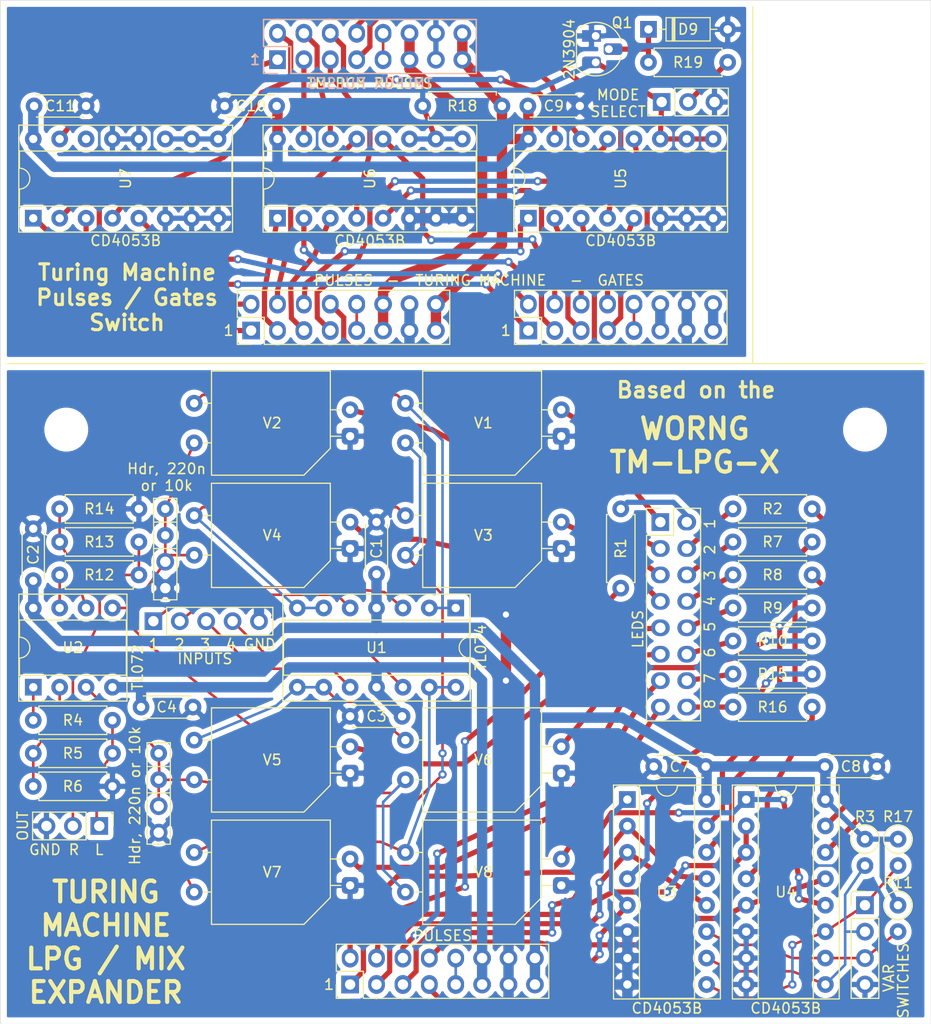
<source format=kicad_pcb>
(kicad_pcb (version 20171130) (host pcbnew 5.1.12-84ad8e8a86~92~ubuntu18.04.1)
  (layers (0 F.Cu signal) (31 B.Cu signal) (34 B.Paste user) (35 F.Paste user) (36 B.SilkS user) (37 F.SilkS user) (38 B.Mask user) (39 F.Mask user) (44 Edge.Cuts user))
  (net 0 "")
  (net 1 +12V)
  (net 2 GND)
  (net 3 -12V)
  (net 4 /SUML)
  (net 5 /SUMR)
  (net 6 /SW3)
  (net 7 /SW2)
  (net 8 /SW1)
  (net 9 /IN4)
  (net 10 /IN3)
  (net 11 /IN2)
  (net 12 /IN1)
  (net 13 /OUTR)
  (net 14 /OUTL)
  (net 15 /LD8A)
  (net 16 /LD8B)
  (net 17 /LD7A)
  (net 18 /LD7B)
  (net 19 /LD6A)
  (net 20 /LD6B)
  (net 21 /LD5A)
  (net 22 /LD5B)
  (net 23 /LD4A)
  (net 24 /LD4B)
  (net 25 /LD3A)
  (net 26 /LD3B)
  (net 27 /LD2A)
  (net 28 /LD2B)
  (net 29 /LD1A)
  (net 30 /LD1B)
  (net 31 /CLK)
  (net 32 /PULS8)
  (net 33 /PULS7)
  (net 34 /PULS6)
  (net 35 /PULS5)
  (net 36 /PULS4)
  (net 37 /PULS3)
  (net 38 /PULS2)
  (net 39 /PULS1)
  (net 40 /GatesOrPulses/CLK)
  (net 41 /GatesOrPulses/GATE8)
  (net 42 /GatesOrPulses/GATE7)
  (net 43 /GatesOrPulses/GATE6)
  (net 44 /GatesOrPulses/GATE5)
  (net 45 /GatesOrPulses/GATE4)
  (net 46 /GatesOrPulses/GATE3)
  (net 47 /GatesOrPulses/GATE2)
  (net 48 /GatesOrPulses/GATE1)
  (net 49 /GatesOrPulses/PLS8)
  (net 50 /GatesOrPulses/PLS7)
  (net 51 /GatesOrPulses/PLS6)
  (net 52 /GatesOrPulses/PLS5)
  (net 53 /GatesOrPulses/PLS4)
  (net 54 /GatesOrPulses/PLS3)
  (net 55 /GatesOrPulses/PLS2)
  (net 56 /GatesOrPulses/PLS1)
  (net 57 /TRIG5)
  (net 58 "Net-(R4-Pad1)")
  (net 59 "Net-(R5-Pad2)")
  (net 60 /TRIG2)
  (net 61 /TRIG3)
  (net 62 /TRIG7)
  (net 63 "Net-(R12-Pad1)")
  (net 64 "Net-(R13-Pad2)")
  (net 65 /TRIG4)
  (net 66 /TRIG8)
  (net 67 /BUF4)
  (net 68 /BUF2)
  (net 69 /BUF3)
  (net 70 /BUF1)
  (net 71 /GatesOrPulses/P8)
  (net 72 /GatesOrPulses/P7)
  (net 73 /GatesOrPulses/P6)
  (net 74 /GatesOrPulses/P5)
  (net 75 /GatesOrPulses/P4)
  (net 76 /GatesOrPulses/P3)
  (net 77 /GatesOrPulses/P2)
  (net 78 /GatesOrPulses/P1)
  (net 79 /GatesOrPulses/CKG)
  (net 80 /GatesOrPulses/CKP)
  (net 81 /GatesOrPulses/+12VG)
  (net 82 /GatesOrPulses/-12VG)
  (net 83 "Net-(U7-Pad14)")
  (net 84 +12VA)
  (net 85 GNDA)
  (net 86 -12VA)
  (net 87 "Net-(D9-Pad1)")
  (net 88 /GatesOrPulses/MODECV)
  (net 89 /GatesOrPulses/MODESW)
  (module Capacitor_THT:C_Rect_L7.0mm_W2.0mm_P5.00mm (layer F.Cu) (at 70.358 114.046 90)
    (fp_text reference C6 hide)
    (fp_text value 220n)
    (pad 2 thru_hole circle (at 2.54 0 90) (size 1.7 1.7) (drill 1) (layers *.Cu *.Mask) (net 5 /SUMR))
    (pad 2 thru_hole circle (at 7.62 0 90) (size 1.6 1.6) (drill 0.8) (layers *.Cu *.Mask) (net 5 /SUMR))
    (pad 1 thru_hole circle (at 0 0 90) (size 1.7 1.7) (drill 1) (layers *.Cu *.Mask) (net 2 GND))
    (pad 2 thru_hole circle (at 5.08 0 90) (size 1.6 1.6) (drill 0.8) (layers *.Cu *.Mask) (net 5 /SUMR))
  )
  (module Capacitor_THT:C_Rect_L7.0mm_W2.0mm_P5.00mm (layer F.Cu) (at 69.723 137.541 90)
    (fp_text reference C5 hide)
    (fp_text value 220n)
    (pad 2 thru_hole circle (at 7.62 0 90) (size 1.6 1.6) (drill 0.8) (layers *.Cu *.Mask) (net 4 /SUML))
    (pad 2 thru_hole circle (at 2.54 0 90) (size 1.7 1.7) (drill 1) (layers *.Cu *.Mask) (net 4 /SUML))
    (pad 1 thru_hole circle (at 0 0 90) (size 1.7 1.7) (drill 1) (layers *.Cu *.Mask) (net 2 GND))
    (pad 2 thru_hole circle (at 5.08 0 90) (size 1.6 1.6) (drill 0.8) (layers *.Cu *.Mask) (net 4 /SUML))
  )
  (module Resistor_THT:R_Axial_DIN0207_L6.3mm_D2.5mm_P7.62mm_Horizontal (layer F.Cu) (at 116.84 63.5)
    (fp_text reference R19 (at 3.81 0) (layer F.SilkS))
    (fp_text value 47k)
    (pad 2 thru_hole oval (at 7.62 0) (size 1.6 1.6) (drill 0.8) (layers *.Cu *.Mask) (net 88 /GatesOrPulses/MODECV))
    (pad 1 thru_hole circle (at 0 0) (size 1.6 1.6) (drill 0.8) (layers *.Cu *.Mask) (net 87 "Net-(D9-Pad1)"))
  )
  (module Package_TO_SOT_THT:TO-92_HandSolder (layer F.Cu) (at 111.76 60.96 270)
    (fp_text reference Q1 (at -1.27 -2.54 180) (layer F.SilkS))
    (fp_text value 2N3904)
    (fp_text user 2N3904 (at 1.27 2.54 270) (layer F.SilkS))
    (pad 1 thru_hole rect (at 0 0 270) (size 1.1 1.8) (drill 0.75 (offset 0 0.4)) (layers *.Cu *.Mask) (net 85 GNDA))
    (pad 3 thru_hole roundrect (at 2.54 0 270) (size 1.1 1.8) (drill 0.75 (offset 0 0.4)) (layers *.Cu *.Mask) (net 89 /GatesOrPulses/MODESW))
    (pad 2 thru_hole roundrect (at 1.27 -1.27 270) (size 1.1 1.8) (drill 0.75 (offset 0 -0.4)) (layers *.Cu *.Mask) (net 87 "Net-(D9-Pad1)"))
  )
  (module Connector_PinHeader_2.54mm:PinHeader_1x03_P2.54mm_Vertical (layer F.Cu) (at 118.11 67.31 90)
    (fp_text reference J9 hide)
    (fp_text value MODE)
    (pad 3 thru_hole oval (at 0 5.08 90) (size 1.7 1.7) (drill 1) (layers *.Cu *.Mask) (net 85 GNDA))
    (pad 2 thru_hole oval (at 0 2.54 90) (size 1.7 1.7) (drill 1) (layers *.Cu *.Mask) (net 88 /GatesOrPulses/MODECV))
    (pad 1 thru_hole rect (at 0 0 90) (size 1.7 1.7) (drill 1) (layers *.Cu *.Mask) (net 89 /GatesOrPulses/MODESW))
  )
  (module Diode_THT:D_DO-35_SOD27_P7.62mm_Horizontal (layer F.Cu) (at 116.84 60.325)
    (fp_text reference D9 (at 3.81 0) (layer F.SilkS))
    (fp_text value 1N914)
    (pad 2 thru_hole oval (at 7.62 0) (size 1.6 1.6) (drill 0.8) (layers *.Cu *.Mask) (net 85 GNDA))
    (pad 1 thru_hole rect (at 0 0) (size 1.6 1.6) (drill 0.8) (layers *.Cu *.Mask) (net 87 "Net-(D9-Pad1)"))
  )
  (module Connector_PinSocket_2.54mm:PinSocket_2x08_P2.54mm_Vertical (layer B.Cu) (at 81.153 63.246 270)
    (fp_text reference J6 hide)
    (fp_text value TO_TMLPG)
    (fp_text user "TMLPGX PULSES" (at 2.286 -8.89) (layer B.SilkS) (effects (justify mirror)))
    (fp_text user 1 (at 0 2.159) (layer B.SilkS) (effects (justify mirror)))
    (fp_text user "TMLPGX PULSES" (at 2.286 -8.89) (layer F.SilkS))
    (fp_text user 1 (at 0 2.159) (layer F.SilkS))
    (pad 16 thru_hole oval (at -2.54 -17.78 270) (size 1.7 1.7) (drill 1) (layers *.Cu *.Mask) (net 84 +12VA))
    (pad 15 thru_hole oval (at 0 -17.78 270) (size 1.7 1.7) (drill 1) (layers *.Cu *.Mask) (net 84 +12VA))
    (pad 14 thru_hole oval (at -2.54 -15.24 270) (size 1.7 1.7) (drill 1) (layers *.Cu *.Mask) (net 85 GNDA))
    (pad 13 thru_hole oval (at 0 -15.24 270) (size 1.7 1.7) (drill 1) (layers *.Cu *.Mask) (net 85 GNDA))
    (pad 12 thru_hole oval (at -2.54 -12.7 270) (size 1.7 1.7) (drill 1) (layers *.Cu *.Mask) (net 86 -12VA))
    (pad 11 thru_hole oval (at 0 -12.7 270) (size 1.7 1.7) (drill 1) (layers *.Cu *.Mask) (net 86 -12VA))
    (pad 10 thru_hole oval (at -2.54 -10.16 270) (size 1.8 1.6) (drill 1) (layers *.Cu *.Mask) (net 40 /GatesOrPulses/CLK))
    (pad 9 thru_hole oval (at 0 -10.16 270) (size 1.8 1.6) (drill 1) (layers *.Cu *.Mask) (net 40 /GatesOrPulses/CLK))
    (pad 8 thru_hole oval (at -2.54 -7.62 270) (size 1.8 1.6) (drill 1) (layers *.Cu *.Mask) (net 71 /GatesOrPulses/P8))
    (pad 7 thru_hole oval (at 0 -7.62 270) (size 1.8 1.6) (drill 1) (layers *.Cu *.Mask) (net 72 /GatesOrPulses/P7))
    (pad 6 thru_hole oval (at -2.54 -5.08 270) (size 1.8 1.6) (drill 1) (layers *.Cu *.Mask) (net 73 /GatesOrPulses/P6))
    (pad 5 thru_hole oval (at 0 -5.08 270) (size 1.8 1.6) (drill 1) (layers *.Cu *.Mask) (net 74 /GatesOrPulses/P5))
    (pad 4 thru_hole oval (at -2.54 -2.54 270) (size 1.8 1.6) (drill 1) (layers *.Cu *.Mask) (net 75 /GatesOrPulses/P4))
    (pad 3 thru_hole oval (at 0 -2.54 270) (size 1.8 1.6) (drill 1) (layers *.Cu *.Mask) (net 76 /GatesOrPulses/P3))
    (pad 2 thru_hole oval (at -2.54 0 270) (size 1.8 1.6) (drill 1) (layers *.Cu *.Mask) (net 77 /GatesOrPulses/P2))
    (pad 1 thru_hole rect (at 0 0 270) (size 1.8 1.6) (drill 1) (layers *.Cu *.Mask) (net 78 /GatesOrPulses/P1))
  )
  (module CGE_footprints:CGE_vactrol (layer F.Cu) (at 108.458 143.256 180)
    (fp_text reference V8 (at 7.493 1.905) (layer F.SilkS))
    (fp_text value VTL5C)
    (pad 1 thru_hole roundrect (at 0 0.635 180) (size 1.6 1.6) (drill 0.8) (layers *.Cu *.Mask) (net 2 GND))
    (pad 3 thru_hole circle (at 15 -0.005 180) (size 1.6 1.6) (drill 0.8) (layers *.Cu *.Mask) (net 5 /SUMR))
    (pad 4 thru_hole circle (at 15 3.805 180) (size 1.6 1.6) (drill 0.8) (layers *.Cu *.Mask) (net 67 /BUF4))
    (pad 2 thru_hole circle (at 0 3.175 180) (size 1.6 1.6) (drill 0.8) (layers *.Cu *.Mask) (net 16 /LD8B))
  )
  (module CGE_footprints:CGE_vactrol (layer F.Cu) (at 88.138 143.256 180)
    (fp_text reference V7 (at 7.493 1.905) (layer F.SilkS))
    (fp_text value VTL5C)
    (pad 1 thru_hole roundrect (at 0 0.635 180) (size 1.6 1.6) (drill 0.8) (layers *.Cu *.Mask) (net 2 GND))
    (pad 3 thru_hole circle (at 15 -0.005 180) (size 1.6 1.6) (drill 0.8) (layers *.Cu *.Mask) (net 4 /SUML))
    (pad 4 thru_hole circle (at 15 3.805 180) (size 1.6 1.6) (drill 0.8) (layers *.Cu *.Mask) (net 67 /BUF4))
    (pad 2 thru_hole circle (at 0 3.175 180) (size 1.6 1.6) (drill 0.8) (layers *.Cu *.Mask) (net 18 /LD7B))
  )
  (module CGE_footprints:CGE_vactrol (layer F.Cu) (at 108.458 132.461 180)
    (fp_text reference V6 (at 7.493 1.905) (layer F.SilkS))
    (fp_text value VTL5C)
    (pad 1 thru_hole roundrect (at 0 0.635 180) (size 1.6 1.6) (drill 0.8) (layers *.Cu *.Mask) (net 2 GND))
    (pad 3 thru_hole circle (at 15 -0.005 180) (size 1.6 1.6) (drill 0.8) (layers *.Cu *.Mask) (net 5 /SUMR))
    (pad 4 thru_hole circle (at 15 3.805 180) (size 1.6 1.6) (drill 0.8) (layers *.Cu *.Mask) (net 69 /BUF3))
    (pad 2 thru_hole circle (at 0 3.175 180) (size 1.6 1.6) (drill 0.8) (layers *.Cu *.Mask) (net 20 /LD6B))
  )
  (module CGE_footprints:CGE_vactrol (layer F.Cu) (at 88.138 132.461 180)
    (fp_text reference V5 (at 7.493 1.905) (layer F.SilkS))
    (fp_text value VTL5C)
    (pad 1 thru_hole roundrect (at 0 0.635 180) (size 1.6 1.6) (drill 0.8) (layers *.Cu *.Mask) (net 2 GND))
    (pad 3 thru_hole circle (at 15 -0.005 180) (size 1.6 1.6) (drill 0.8) (layers *.Cu *.Mask) (net 4 /SUML))
    (pad 4 thru_hole circle (at 15 3.805 180) (size 1.6 1.6) (drill 0.8) (layers *.Cu *.Mask) (net 69 /BUF3))
    (pad 2 thru_hole circle (at 0 3.175 180) (size 1.6 1.6) (drill 0.8) (layers *.Cu *.Mask) (net 22 /LD5B))
  )
  (module CGE_footprints:CGE_vactrol (layer F.Cu) (at 108.458 110.871 180)
    (fp_text reference V3 (at 7.493 1.905) (layer F.SilkS))
    (fp_text value VTL5C)
    (pad 1 thru_hole roundrect (at 0 0.635 180) (size 1.6 1.6) (drill 0.8) (layers *.Cu *.Mask) (net 2 GND))
    (pad 3 thru_hole circle (at 15 -0.005 180) (size 1.6 1.6) (drill 0.8) (layers *.Cu *.Mask) (net 4 /SUML))
    (pad 4 thru_hole circle (at 15 3.805 180) (size 1.6 1.6) (drill 0.8) (layers *.Cu *.Mask) (net 68 /BUF2))
    (pad 2 thru_hole circle (at 0 3.175 180) (size 1.6 1.6) (drill 0.8) (layers *.Cu *.Mask) (net 26 /LD3B))
  )
  (module CGE_footprints:CGE_vactrol (layer F.Cu) (at 88.138 110.871 180)
    (fp_text reference V4 (at 7.493 1.905) (layer F.SilkS))
    (fp_text value VTL5C)
    (pad 1 thru_hole roundrect (at 0 0.635 180) (size 1.6 1.6) (drill 0.8) (layers *.Cu *.Mask) (net 2 GND))
    (pad 3 thru_hole circle (at 15 -0.005 180) (size 1.6 1.6) (drill 0.8) (layers *.Cu *.Mask) (net 5 /SUMR))
    (pad 4 thru_hole circle (at 15 3.805 180) (size 1.6 1.6) (drill 0.8) (layers *.Cu *.Mask) (net 68 /BUF2))
    (pad 2 thru_hole circle (at 0 3.175 180) (size 1.6 1.6) (drill 0.8) (layers *.Cu *.Mask) (net 24 /LD4B))
  )
  (module CGE_footprints:CGE_vactrol (layer F.Cu) (at 108.458 100.076 180)
    (fp_text reference V1 (at 7.493 1.905) (layer F.SilkS))
    (fp_text value VTL5C)
    (pad 1 thru_hole roundrect (at 0 0.635 180) (size 1.6 1.6) (drill 0.8) (layers *.Cu *.Mask) (net 2 GND))
    (pad 3 thru_hole circle (at 15 -0.005 180) (size 1.6 1.6) (drill 0.8) (layers *.Cu *.Mask) (net 4 /SUML))
    (pad 4 thru_hole circle (at 15 3.805 180) (size 1.6 1.6) (drill 0.8) (layers *.Cu *.Mask) (net 70 /BUF1))
    (pad 2 thru_hole circle (at 0 3.175 180) (size 1.6 1.6) (drill 0.8) (layers *.Cu *.Mask) (net 30 /LD1B))
  )
  (module CGE_footprints:CGE_vactrol (layer F.Cu) (at 88.138 100.076 180)
    (fp_text reference V2 (at 7.493 1.905) (layer F.SilkS))
    (fp_text value VTL5C)
    (pad 1 thru_hole roundrect (at 0 0.635 180) (size 1.6 1.6) (drill 0.8) (layers *.Cu *.Mask) (net 2 GND))
    (pad 3 thru_hole circle (at 15 -0.005 180) (size 1.6 1.6) (drill 0.8) (layers *.Cu *.Mask) (net 5 /SUMR))
    (pad 4 thru_hole circle (at 15 3.805 180) (size 1.6 1.6) (drill 0.8) (layers *.Cu *.Mask) (net 70 /BUF1))
    (pad 2 thru_hole circle (at 0 3.175 180) (size 1.6 1.6) (drill 0.8) (layers *.Cu *.Mask) (net 28 /LD2B))
  )
  (module MountingHole:MountingHole_3.2mm_M3 (layer F.Cu) (at 60.833 98.806)
    (fp_text reference REF** hide)
    (fp_text value 3.2mm)
    (pad 1 np_thru_hole circle (at 0 0) (size 3.2 3.2) (drill 3.2) (layers *.Cu *.Mask))
  )
  (module MountingHole:MountingHole_3.2mm_M3 (layer F.Cu) (at 137.668 98.806)
    (fp_text reference REF** hide)
    (fp_text value 3.2mm)
    (pad 1 np_thru_hole circle (at 0 0) (size 3.2 3.2) (drill 3.2) (layers *.Cu *.Mask))
  )
  (module Connector_PinHeader_2.54mm:PinHeader_1x04_P2.54mm_Vertical (layer F.Cu) (at 137.668 144.526)
    (fp_text reference J1 hide)
    (fp_text value SWITCHES)
    (fp_text user VAR (at 2.286 6.985 90) (layer F.SilkS))
    (fp_text user SWITCHES (at 3.683 7.239 90) (layer F.SilkS))
    (pad 4 thru_hole oval (at 0 7.62) (size 1.7 1.7) (drill 1) (layers *.Cu *.Mask) (net 2 GND))
    (pad 3 thru_hole oval (at 0 5.08) (size 1.7 1.7) (drill 1) (layers *.Cu *.Mask) (net 6 /SW3))
    (pad 2 thru_hole oval (at 0 2.54) (size 1.7 1.7) (drill 1) (layers *.Cu *.Mask) (net 7 /SW2))
    (pad 1 thru_hole rect (at 0 0) (size 1.7 1.7) (drill 1) (layers *.Cu *.Mask) (net 8 /SW1))
  )
  (module Resistor_THT:R_Axial_DIN0207_L6.3mm_D2.5mm_P2.54mm_Vertical (layer F.Cu) (at 140.843 144.526 270)
    (fp_text reference R11 (at -2.159 0 180) (layer F.SilkS))
    (fp_text value 100k)
    (pad 1 thru_hole circle (at 0 0 270) (size 1.6 1.6) (drill 0.8) (layers *.Cu *.Mask) (net 1 +12V))
    (pad 2 thru_hole oval (at 2.54 0 270) (size 1.6 1.6) (drill 0.8) (layers *.Cu *.Mask) (net 6 /SW3))
  )
  (module Resistor_THT:R_Axial_DIN0207_L6.3mm_D2.5mm_P2.54mm_Vertical (layer F.Cu) (at 140.843 138.176 270)
    (fp_text reference R17 (at -2.159 0 180) (layer F.SilkS))
    (fp_text value 100k)
    (pad 1 thru_hole circle (at 0 0 270) (size 1.6 1.6) (drill 0.8) (layers *.Cu *.Mask) (net 1 +12V))
    (pad 2 thru_hole oval (at 2.54 0 270) (size 1.6 1.6) (drill 0.8) (layers *.Cu *.Mask) (net 8 /SW1))
  )
  (module Resistor_THT:R_Axial_DIN0207_L6.3mm_D2.5mm_P2.54mm_Vertical (layer F.Cu) (at 137.668 138.176 270)
    (fp_text reference R3 (at -2.159 0 180) (layer F.SilkS))
    (fp_text value 100k)
    (pad 1 thru_hole circle (at 0 0 270) (size 1.6 1.6) (drill 0.8) (layers *.Cu *.Mask) (net 1 +12V))
    (pad 2 thru_hole oval (at 2.54 0 270) (size 1.6 1.6) (drill 0.8) (layers *.Cu *.Mask) (net 7 /SW2))
  )
  (module Connector_PinHeader_2.54mm:PinHeader_2x08_P2.54mm_Vertical (layer F.Cu) (at 105.283 89.281 90)
    (fp_text reference J7 hide)
    (fp_text value GATES)
    (fp_text user 1 (at 0 -2.159) (layer F.SilkS))
    (fp_text user GATES (at 4.826 8.89) (layer F.SilkS))
    (pad 16 thru_hole oval (at 2.54 17.78 90) (size 1.7 1.7) (drill 1) (layers *.Cu *.Mask) (net 81 /GatesOrPulses/+12VG))
    (pad 15 thru_hole oval (at 0 17.78 90) (size 1.7 1.7) (drill 1) (layers *.Cu *.Mask) (net 81 /GatesOrPulses/+12VG))
    (pad 14 thru_hole oval (at 2.54 15.24 90) (size 1.7 1.7) (drill 1) (layers *.Cu *.Mask) (net 85 GNDA))
    (pad 13 thru_hole oval (at 0 15.24 90) (size 1.7 1.7) (drill 1) (layers *.Cu *.Mask) (net 85 GNDA))
    (pad 12 thru_hole oval (at 2.54 12.7 90) (size 1.7 1.7) (drill 1) (layers *.Cu *.Mask) (net 82 /GatesOrPulses/-12VG))
    (pad 11 thru_hole oval (at 0 12.7 90) (size 1.7 1.7) (drill 1) (layers *.Cu *.Mask) (net 82 /GatesOrPulses/-12VG))
    (pad 10 thru_hole oval (at 2.54 10.16 90) (size 1.8 1.6) (drill 1) (layers *.Cu *.Mask) (net 79 /GatesOrPulses/CKG))
    (pad 9 thru_hole oval (at 0 10.16 90) (size 1.8 1.6) (drill 1) (layers *.Cu *.Mask) (net 79 /GatesOrPulses/CKG))
    (pad 8 thru_hole oval (at 2.54 7.62 90) (size 1.8 1.6) (drill 1) (layers *.Cu *.Mask) (net 41 /GatesOrPulses/GATE8))
    (pad 7 thru_hole oval (at 0 7.62 90) (size 1.8 1.6) (drill 1) (layers *.Cu *.Mask) (net 42 /GatesOrPulses/GATE7))
    (pad 6 thru_hole oval (at 2.54 5.08 90) (size 1.8 1.6) (drill 1) (layers *.Cu *.Mask) (net 43 /GatesOrPulses/GATE6))
    (pad 5 thru_hole oval (at 0 5.08 90) (size 1.8 1.6) (drill 1) (layers *.Cu *.Mask) (net 44 /GatesOrPulses/GATE5))
    (pad 4 thru_hole oval (at 2.54 2.54 90) (size 1.8 1.6) (drill 1) (layers *.Cu *.Mask) (net 45 /GatesOrPulses/GATE4))
    (pad 3 thru_hole oval (at 0 2.54 90) (size 1.8 1.6) (drill 1) (layers *.Cu *.Mask) (net 46 /GatesOrPulses/GATE3))
    (pad 2 thru_hole oval (at 2.54 0 90) (size 1.8 1.6) (drill 1) (layers *.Cu *.Mask) (net 47 /GatesOrPulses/GATE2))
    (pad 1 thru_hole rect (at 0 0 90) (size 1.7 1.7) (drill 1) (layers *.Cu *.Mask) (net 48 /GatesOrPulses/GATE1))
  )
  (module Capacitor_THT:C_Disc_D4.3mm_W1.9mm_P5.00mm (layer F.Cu) (at 62.738 67.691 180)
    (fp_text reference C11 (at 2.5 0) (layer F.SilkS))
    (fp_text value 100n)
    (pad 2 thru_hole circle (at 5 0 180) (size 1.6 1.6) (drill 0.8) (layers *.Cu *.Mask) (net 84 +12VA))
    (pad 1 thru_hole circle (at 0 0 180) (size 1.6 1.6) (drill 0.8) (layers *.Cu *.Mask) (net 85 GNDA))
  )
  (module Package_DIP:DIP-16_W7.62mm_Socket (layer F.Cu) (at 57.658 78.486 90)
    (fp_text reference U7 (at 3.81 8.89 90) (layer F.SilkS))
    (fp_text value CD4053B)
    (fp_text user CD4053B (at -2.159 8.89 180) (layer F.SilkS))
    (pad 16 thru_hole oval (at 7.62 0 90) (size 1.6 1.6) (drill 0.8) (layers *.Cu *.Mask) (net 84 +12VA))
    (pad 8 thru_hole oval (at 0 17.78 90) (size 1.6 1.6) (drill 0.8) (layers *.Cu *.Mask) (net 85 GNDA))
    (pad 15 thru_hole oval (at 7.62 2.54 90) (size 1.6 1.6) (drill 0.8) (layers *.Cu *.Mask) (net 78 /GatesOrPulses/P1))
    (pad 7 thru_hole oval (at 0 15.24 90) (size 1.6 1.6) (drill 0.8) (layers *.Cu *.Mask) (net 85 GNDA))
    (pad 14 thru_hole oval (at 7.62 5.08 90) (size 1.6 1.6) (drill 0.8) (layers *.Cu *.Mask) (net 83 "Net-(U7-Pad14)"))
    (pad 6 thru_hole oval (at 0 12.7 90) (size 1.6 1.6) (drill 0.8) (layers *.Cu *.Mask) (net 85 GNDA))
    (pad 13 thru_hole oval (at 7.62 7.62 90) (size 1.6 1.6) (drill 0.8) (layers *.Cu *.Mask) (net 85 GNDA))
    (pad 5 thru_hole oval (at 0 10.16 90) (size 1.6 1.6) (drill 0.8) (layers *.Cu *.Mask) (net 47 /GatesOrPulses/GATE2))
    (pad 12 thru_hole oval (at 7.62 10.16 90) (size 1.6 1.6) (drill 0.8) (layers *.Cu *.Mask) (net 85 GNDA))
    (pad 4 thru_hole oval (at 0 7.62 90) (size 1.6 1.6) (drill 0.8) (layers *.Cu *.Mask) (net 77 /GatesOrPulses/P2))
    (pad 11 thru_hole oval (at 7.62 12.7 90) (size 1.6 1.6) (drill 0.8) (layers *.Cu *.Mask) (net 89 /GatesOrPulses/MODESW))
    (pad 3 thru_hole oval (at 0 5.08 90) (size 1.6 1.6) (drill 0.8) (layers *.Cu *.Mask) (net 55 /GatesOrPulses/PLS2))
    (pad 10 thru_hole oval (at 7.62 15.24 90) (size 1.6 1.6) (drill 0.8) (layers *.Cu *.Mask) (net 89 /GatesOrPulses/MODESW))
    (pad 2 thru_hole oval (at 0 2.54 90) (size 1.6 1.6) (drill 0.8) (layers *.Cu *.Mask) (net 48 /GatesOrPulses/GATE1))
    (pad 9 thru_hole oval (at 7.62 17.78 90) (size 1.6 1.6) (drill 0.8) (layers *.Cu *.Mask) (net 89 /GatesOrPulses/MODESW))
    (pad 1 thru_hole rect (at 0 0 90) (size 1.6 1.6) (drill 0.8) (layers *.Cu *.Mask) (net 56 /GatesOrPulses/PLS1))
  )
  (module Package_DIP:DIP-16_W7.62mm_Socket (layer F.Cu) (at 81.153 78.486 90)
    (fp_text reference U6 (at 3.81 8.89 90) (layer F.SilkS))
    (fp_text value CD4053B)
    (fp_text user CD4053B (at -2.159 8.89 180) (layer F.SilkS))
    (pad 16 thru_hole oval (at 7.62 0 90) (size 1.6 1.6) (drill 0.8) (layers *.Cu *.Mask) (net 84 +12VA))
    (pad 8 thru_hole oval (at 0 17.78 90) (size 1.6 1.6) (drill 0.8) (layers *.Cu *.Mask) (net 85 GNDA))
    (pad 15 thru_hole oval (at 7.62 2.54 90) (size 1.6 1.6) (drill 0.8) (layers *.Cu *.Mask) (net 76 /GatesOrPulses/P3))
    (pad 7 thru_hole oval (at 0 15.24 90) (size 1.6 1.6) (drill 0.8) (layers *.Cu *.Mask) (net 85 GNDA))
    (pad 14 thru_hole oval (at 7.62 5.08 90) (size 1.6 1.6) (drill 0.8) (layers *.Cu *.Mask) (net 75 /GatesOrPulses/P4))
    (pad 6 thru_hole oval (at 0 12.7 90) (size 1.6 1.6) (drill 0.8) (layers *.Cu *.Mask) (net 85 GNDA))
    (pad 13 thru_hole oval (at 7.62 7.62 90) (size 1.6 1.6) (drill 0.8) (layers *.Cu *.Mask) (net 53 /GatesOrPulses/PLS4))
    (pad 5 thru_hole oval (at 0 10.16 90) (size 1.6 1.6) (drill 0.8) (layers *.Cu *.Mask) (net 44 /GatesOrPulses/GATE5))
    (pad 12 thru_hole oval (at 7.62 10.16 90) (size 1.6 1.6) (drill 0.8) (layers *.Cu *.Mask) (net 45 /GatesOrPulses/GATE4))
    (pad 4 thru_hole oval (at 0 7.62 90) (size 1.6 1.6) (drill 0.8) (layers *.Cu *.Mask) (net 74 /GatesOrPulses/P5))
    (pad 11 thru_hole oval (at 7.62 12.7 90) (size 1.6 1.6) (drill 0.8) (layers *.Cu *.Mask) (net 89 /GatesOrPulses/MODESW))
    (pad 3 thru_hole oval (at 0 5.08 90) (size 1.6 1.6) (drill 0.8) (layers *.Cu *.Mask) (net 52 /GatesOrPulses/PLS5))
    (pad 10 thru_hole oval (at 7.62 15.24 90) (size 1.6 1.6) (drill 0.8) (layers *.Cu *.Mask) (net 89 /GatesOrPulses/MODESW))
    (pad 2 thru_hole oval (at 0 2.54 90) (size 1.6 1.6) (drill 0.8) (layers *.Cu *.Mask) (net 46 /GatesOrPulses/GATE3))
    (pad 9 thru_hole oval (at 7.62 17.78 90) (size 1.6 1.6) (drill 0.8) (layers *.Cu *.Mask) (net 89 /GatesOrPulses/MODESW))
    (pad 1 thru_hole rect (at 0 0 90) (size 1.6 1.6) (drill 0.8) (layers *.Cu *.Mask) (net 54 /GatesOrPulses/PLS3))
  )
  (module Package_DIP:DIP-16_W7.62mm_Socket (layer F.Cu) (at 105.283 78.486 90)
    (fp_text reference U5 (at 3.81 8.89 90) (layer F.SilkS))
    (fp_text value CD4053B)
    (fp_text user CD4053B (at -2.159 8.89 180) (layer F.SilkS))
    (pad 16 thru_hole oval (at 7.62 0 90) (size 1.6 1.6) (drill 0.8) (layers *.Cu *.Mask) (net 84 +12VA))
    (pad 8 thru_hole oval (at 0 17.78 90) (size 1.6 1.6) (drill 0.8) (layers *.Cu *.Mask) (net 85 GNDA))
    (pad 15 thru_hole oval (at 7.62 2.54 90) (size 1.6 1.6) (drill 0.8) (layers *.Cu *.Mask) (net 73 /GatesOrPulses/P6))
    (pad 7 thru_hole oval (at 0 15.24 90) (size 1.6 1.6) (drill 0.8) (layers *.Cu *.Mask) (net 85 GNDA))
    (pad 14 thru_hole oval (at 7.62 5.08 90) (size 1.6 1.6) (drill 0.8) (layers *.Cu *.Mask) (net 72 /GatesOrPulses/P7))
    (pad 6 thru_hole oval (at 0 12.7 90) (size 1.6 1.6) (drill 0.8) (layers *.Cu *.Mask) (net 85 GNDA))
    (pad 13 thru_hole oval (at 7.62 7.62 90) (size 1.6 1.6) (drill 0.8) (layers *.Cu *.Mask) (net 50 /GatesOrPulses/PLS7))
    (pad 5 thru_hole oval (at 0 10.16 90) (size 1.6 1.6) (drill 0.8) (layers *.Cu *.Mask) (net 41 /GatesOrPulses/GATE8))
    (pad 12 thru_hole oval (at 7.62 10.16 90) (size 1.6 1.6) (drill 0.8) (layers *.Cu *.Mask) (net 42 /GatesOrPulses/GATE7))
    (pad 4 thru_hole oval (at 0 7.62 90) (size 1.6 1.6) (drill 0.8) (layers *.Cu *.Mask) (net 71 /GatesOrPulses/P8))
    (pad 11 thru_hole oval (at 7.62 12.7 90) (size 1.6 1.6) (drill 0.8) (layers *.Cu *.Mask) (net 89 /GatesOrPulses/MODESW))
    (pad 3 thru_hole oval (at 0 5.08 90) (size 1.6 1.6) (drill 0.8) (layers *.Cu *.Mask) (net 49 /GatesOrPulses/PLS8))
    (pad 10 thru_hole oval (at 7.62 15.24 90) (size 1.6 1.6) (drill 0.8) (layers *.Cu *.Mask) (net 89 /GatesOrPulses/MODESW))
    (pad 2 thru_hole oval (at 0 2.54 90) (size 1.6 1.6) (drill 0.8) (layers *.Cu *.Mask) (net 43 /GatesOrPulses/GATE6))
    (pad 9 thru_hole oval (at 7.62 17.78 90) (size 1.6 1.6) (drill 0.8) (layers *.Cu *.Mask) (net 89 /GatesOrPulses/MODESW))
    (pad 1 thru_hole rect (at 0 0 90) (size 1.6 1.6) (drill 0.8) (layers *.Cu *.Mask) (net 51 /GatesOrPulses/PLS6))
  )
  (module Package_DIP:DIP-16_W7.62mm_Socket (layer F.Cu) (at 126.238 134.366)
    (fp_text reference U4 (at 3.81 8.89) (layer F.SilkS))
    (fp_text value CD4053B)
    (fp_text user CD4053B (at 3.81 20.066) (layer F.SilkS))
    (pad 16 thru_hole oval (at 7.62 0) (size 1.6 1.6) (drill 0.8) (layers *.Cu *.Mask) (net 1 +12V))
    (pad 8 thru_hole oval (at 0 17.78) (size 1.6 1.6) (drill 0.8) (layers *.Cu *.Mask) (net 2 GND))
    (pad 15 thru_hole oval (at 7.62 2.54) (size 1.6 1.6) (drill 0.8) (layers *.Cu *.Mask) (net 65 /TRIG4))
    (pad 7 thru_hole oval (at 0 15.24) (size 1.6 1.6) (drill 0.8) (layers *.Cu *.Mask) (net 2 GND))
    (pad 14 thru_hole oval (at 7.62 5.08) (size 1.6 1.6) (drill 0.8) (layers *.Cu *.Mask) (net 60 /TRIG2))
    (pad 6 thru_hole oval (at 0 12.7) (size 1.6 1.6) (drill 0.8) (layers *.Cu *.Mask) (net 2 GND))
    (pad 13 thru_hole oval (at 7.62 7.62) (size 1.6 1.6) (drill 0.8) (layers *.Cu *.Mask) (net 32 /PULS8))
    (pad 5 thru_hole oval (at 0 10.16) (size 1.6 1.6) (drill 0.8) (layers *.Cu *.Mask) (net 32 /PULS8))
    (pad 12 thru_hole oval (at 7.62 10.16) (size 1.6 1.6) (drill 0.8) (layers *.Cu *.Mask) (net 38 /PULS2))
    (pad 4 thru_hole oval (at 0 7.62) (size 1.6 1.6) (drill 0.8) (layers *.Cu *.Mask) (net 66 /TRIG8))
    (pad 11 thru_hole oval (at 7.62 12.7) (size 1.6 1.6) (drill 0.8) (layers *.Cu *.Mask) (net 8 /SW1))
    (pad 3 thru_hole oval (at 0 5.08) (size 1.6 1.6) (drill 0.8) (layers *.Cu *.Mask) (net 36 /PULS4))
    (pad 10 thru_hole oval (at 7.62 15.24) (size 1.6 1.6) (drill 0.8) (layers *.Cu *.Mask) (net 6 /SW3))
    (pad 2 thru_hole oval (at 0 2.54) (size 1.6 1.6) (drill 0.8) (layers *.Cu *.Mask) (net 36 /PULS4))
    (pad 9 thru_hole oval (at 7.62 17.78) (size 1.6 1.6) (drill 0.8) (layers *.Cu *.Mask) (net 7 /SW2))
    (pad 1 thru_hole rect (at 0 0) (size 1.6 1.6) (drill 0.8) (layers *.Cu *.Mask) (net 38 /PULS2))
  )
  (module Package_DIP:DIP-16_W7.62mm_Socket (layer F.Cu) (at 114.808 134.366)
    (fp_text reference U3 (at 3.81 8.89) (layer F.SilkS))
    (fp_text value CD4053B)
    (fp_text user CD4053B (at 3.81 20.066) (layer F.SilkS))
    (pad 16 thru_hole oval (at 7.62 0) (size 1.6 1.6) (drill 0.8) (layers *.Cu *.Mask) (net 1 +12V))
    (pad 8 thru_hole oval (at 0 17.78) (size 1.6 1.6) (drill 0.8) (layers *.Cu *.Mask) (net 2 GND))
    (pad 15 thru_hole oval (at 7.62 2.54) (size 1.6 1.6) (drill 0.8) (layers *.Cu *.Mask) (net 57 /TRIG5))
    (pad 7 thru_hole oval (at 0 15.24) (size 1.6 1.6) (drill 0.8) (layers *.Cu *.Mask) (net 2 GND))
    (pad 14 thru_hole oval (at 7.62 5.08) (size 1.6 1.6) (drill 0.8) (layers *.Cu *.Mask) (net 61 /TRIG3))
    (pad 6 thru_hole oval (at 0 12.7) (size 1.6 1.6) (drill 0.8) (layers *.Cu *.Mask) (net 2 GND))
    (pad 13 thru_hole oval (at 7.62 7.62) (size 1.6 1.6) (drill 0.8) (layers *.Cu *.Mask) (net 35 /PULS5))
    (pad 5 thru_hole oval (at 0 10.16) (size 1.6 1.6) (drill 0.8) (layers *.Cu *.Mask) (net 33 /PULS7))
    (pad 12 thru_hole oval (at 7.62 10.16) (size 1.6 1.6) (drill 0.8) (layers *.Cu *.Mask) (net 37 /PULS3))
    (pad 4 thru_hole oval (at 0 7.62) (size 1.6 1.6) (drill 0.8) (layers *.Cu *.Mask) (net 62 /TRIG7))
    (pad 11 thru_hole oval (at 7.62 12.7) (size 1.6 1.6) (drill 0.8) (layers *.Cu *.Mask) (net 6 /SW3))
    (pad 3 thru_hole oval (at 0 5.08) (size 1.6 1.6) (drill 0.8) (layers *.Cu *.Mask) (net 37 /PULS3))
    (pad 10 thru_hole oval (at 7.62 15.24) (size 1.6 1.6) (drill 0.8) (layers *.Cu *.Mask) (net 7 /SW2))
    (pad 2 thru_hole oval (at 0 2.54) (size 1.6 1.6) (drill 0.8) (layers *.Cu *.Mask) (net 35 /PULS5))
    (pad 9 thru_hole oval (at 7.62 17.78) (size 1.6 1.6) (drill 0.8) (layers *.Cu *.Mask) (net 8 /SW1))
    (pad 1 thru_hole rect (at 0 0) (size 1.6 1.6) (drill 0.8) (layers *.Cu *.Mask) (net 33 /PULS7))
  )
  (module Package_DIP:DIP-8_W7.62mm_Socket (layer F.Cu) (at 57.658 123.571 90)
    (fp_text reference U2 (at 3.81 3.81) (layer F.SilkS))
    (fp_text value TL072)
    (fp_text user TL072 (at 1.905 10.033 90) (layer F.SilkS))
    (pad 8 thru_hole oval (at 7.62 0 90) (size 1.6 1.6) (drill 0.8) (layers *.Cu *.Mask) (net 1 +12V))
    (pad 4 thru_hole oval (at 0 7.62 90) (size 1.6 1.6) (drill 0.8) (layers *.Cu *.Mask) (net 3 -12V))
    (pad 7 thru_hole oval (at 7.62 2.54 90) (size 1.6 1.6) (drill 0.8) (layers *.Cu *.Mask) (net 63 "Net-(R12-Pad1)"))
    (pad 3 thru_hole oval (at 0 5.08 90) (size 1.6 1.6) (drill 0.8) (layers *.Cu *.Mask) (net 4 /SUML))
    (pad 6 thru_hole oval (at 7.62 5.08 90) (size 1.6 1.6) (drill 0.8) (layers *.Cu *.Mask) (net 64 "Net-(R13-Pad2)"))
    (pad 2 thru_hole oval (at 0 2.54 90) (size 1.6 1.6) (drill 0.8) (layers *.Cu *.Mask) (net 59 "Net-(R5-Pad2)"))
    (pad 5 thru_hole oval (at 7.62 7.62 90) (size 1.6 1.6) (drill 0.8) (layers *.Cu *.Mask) (net 5 /SUMR))
    (pad 1 thru_hole rect (at 0 0 90) (size 1.6 1.6) (drill 0.8) (layers *.Cu *.Mask) (net 58 "Net-(R4-Pad1)"))
  )
  (module Package_DIP:DIP-14_W7.62mm_Socket (layer F.Cu) (at 98.298 115.951 270)
    (fp_text reference U1 (at 3.81 7.62) (layer F.SilkS))
    (fp_text value TL074)
    (fp_text user TL074 (at 3.81 -2.413 270) (layer F.SilkS))
    (pad 14 thru_hole oval (at 7.62 0 270) (size 1.6 1.6) (drill 0.8) (layers *.Cu *.Mask) (net 67 /BUF4))
    (pad 7 thru_hole oval (at 0 15.24 270) (size 1.6 1.6) (drill 0.8) (layers *.Cu *.Mask) (net 68 /BUF2))
    (pad 13 thru_hole oval (at 7.62 2.54 270) (size 1.6 1.6) (drill 0.8) (layers *.Cu *.Mask) (net 67 /BUF4))
    (pad 6 thru_hole oval (at 0 12.7 270) (size 1.6 1.6) (drill 0.8) (layers *.Cu *.Mask) (net 68 /BUF2))
    (pad 12 thru_hole oval (at 7.62 5.08 270) (size 1.6 1.6) (drill 0.8) (layers *.Cu *.Mask) (net 9 /IN4))
    (pad 5 thru_hole oval (at 0 10.16 270) (size 1.6 1.6) (drill 0.8) (layers *.Cu *.Mask) (net 11 /IN2))
    (pad 11 thru_hole oval (at 7.62 7.62 270) (size 1.6 1.6) (drill 0.8) (layers *.Cu *.Mask) (net 3 -12V))
    (pad 4 thru_hole oval (at 0 7.62 270) (size 1.6 1.6) (drill 0.8) (layers *.Cu *.Mask) (net 1 +12V))
    (pad 10 thru_hole oval (at 7.62 10.16 270) (size 1.6 1.6) (drill 0.8) (layers *.Cu *.Mask) (net 10 /IN3))
    (pad 3 thru_hole oval (at 0 5.08 270) (size 1.6 1.6) (drill 0.8) (layers *.Cu *.Mask) (net 12 /IN1))
    (pad 9 thru_hole oval (at 7.62 12.7 270) (size 1.6 1.6) (drill 0.8) (layers *.Cu *.Mask) (net 69 /BUF3))
    (pad 2 thru_hole oval (at 0 2.54 270) (size 1.6 1.6) (drill 0.8) (layers *.Cu *.Mask) (net 70 /BUF1))
    (pad 8 thru_hole oval (at 7.62 15.24 270) (size 1.6 1.6) (drill 0.8) (layers *.Cu *.Mask) (net 69 /BUF3))
    (pad 1 thru_hole rect (at 0 0 270) (size 1.6 1.6) (drill 0.8) (layers *.Cu *.Mask) (net 70 /BUF1))
  )
  (module Resistor_THT:R_Axial_DIN0207_L6.3mm_D2.5mm_P7.62mm_Horizontal (layer F.Cu) (at 102.743 67.691 180)
    (fp_text reference R18 (at 3.81 0) (layer F.SilkS))
    (fp_text value 100k)
    (pad 2 thru_hole oval (at 7.62 0 180) (size 1.6 1.6) (drill 0.8) (layers *.Cu *.Mask) (net 89 /GatesOrPulses/MODESW))
    (pad 1 thru_hole circle (at 0 0 180) (size 1.6 1.6) (drill 0.8) (layers *.Cu *.Mask) (net 84 +12VA))
  )
  (module Resistor_THT:R_Axial_DIN0207_L6.3mm_D2.5mm_P7.62mm_Horizontal (layer F.Cu) (at 124.968 125.476)
    (fp_text reference R16 (at 3.81 0) (layer F.SilkS))
    (fp_text value 2k)
    (pad 2 thru_hole oval (at 7.62 0) (size 1.6 1.6) (drill 0.8) (layers *.Cu *.Mask) (net 66 /TRIG8))
    (pad 1 thru_hole circle (at 0 0) (size 1.6 1.6) (drill 0.8) (layers *.Cu *.Mask) (net 15 /LD8A))
  )
  (module Resistor_THT:R_Axial_DIN0207_L6.3mm_D2.5mm_P7.62mm_Horizontal (layer F.Cu) (at 124.968 122.301)
    (fp_text reference R15 (at 3.81 0) (layer F.SilkS))
    (fp_text value 2k)
    (pad 2 thru_hole oval (at 7.62 0) (size 1.6 1.6) (drill 0.8) (layers *.Cu *.Mask) (net 62 /TRIG7))
    (pad 1 thru_hole circle (at 0 0) (size 1.6 1.6) (drill 0.8) (layers *.Cu *.Mask) (net 17 /LD7A))
  )
  (module Resistor_THT:R_Axial_DIN0207_L6.3mm_D2.5mm_P7.62mm_Horizontal (layer F.Cu) (at 60.198 106.426)
    (fp_text reference R14 (at 3.81 0) (layer F.SilkS))
    (fp_text value 10k)
    (pad 2 thru_hole oval (at 7.62 0) (size 1.6 1.6) (drill 0.8) (layers *.Cu *.Mask) (net 2 GND))
    (pad 1 thru_hole circle (at 0 0) (size 1.6 1.6) (drill 0.8) (layers *.Cu *.Mask) (net 64 "Net-(R13-Pad2)"))
  )
  (module Resistor_THT:R_Axial_DIN0207_L6.3mm_D2.5mm_P7.62mm_Horizontal (layer F.Cu) (at 67.818 109.601 180)
    (fp_text reference R13 (at 3.81 0) (layer F.SilkS))
    (fp_text value 47k)
    (pad 2 thru_hole oval (at 7.62 0 180) (size 1.6 1.6) (drill 0.8) (layers *.Cu *.Mask) (net 64 "Net-(R13-Pad2)"))
    (pad 1 thru_hole circle (at 0 0 180) (size 1.6 1.6) (drill 0.8) (layers *.Cu *.Mask) (net 13 /OUTR))
  )
  (module Resistor_THT:R_Axial_DIN0207_L6.3mm_D2.5mm_P7.62mm_Horizontal (layer F.Cu) (at 60.198 112.776)
    (fp_text reference R12 (at 3.81 0) (layer F.SilkS))
    (fp_text value 470R)
    (pad 2 thru_hole oval (at 7.62 0) (size 1.6 1.6) (drill 0.8) (layers *.Cu *.Mask) (net 13 /OUTR))
    (pad 1 thru_hole circle (at 0 0) (size 1.6 1.6) (drill 0.8) (layers *.Cu *.Mask) (net 63 "Net-(R12-Pad1)"))
  )
  (module Resistor_THT:R_Axial_DIN0207_L6.3mm_D2.5mm_P7.62mm_Horizontal (layer F.Cu) (at 124.968 119.126)
    (fp_text reference R10 (at 3.81 0) (layer F.SilkS))
    (fp_text value 2k)
    (pad 2 thru_hole oval (at 7.62 0) (size 1.6 1.6) (drill 0.8) (layers *.Cu *.Mask) (net 34 /PULS6))
    (pad 1 thru_hole circle (at 0 0) (size 1.6 1.6) (drill 0.8) (layers *.Cu *.Mask) (net 19 /LD6A))
  )
  (module Resistor_THT:R_Axial_DIN0207_L6.3mm_D2.5mm_P7.62mm_Horizontal (layer F.Cu) (at 124.968 115.951)
    (fp_text reference R9 (at 3.81 0) (layer F.SilkS))
    (fp_text value 2k)
    (pad 2 thru_hole oval (at 7.62 0) (size 1.6 1.6) (drill 0.8) (layers *.Cu *.Mask) (net 57 /TRIG5))
    (pad 1 thru_hole circle (at 0 0) (size 1.6 1.6) (drill 0.8) (layers *.Cu *.Mask) (net 21 /LD5A))
  )
  (module Resistor_THT:R_Axial_DIN0207_L6.3mm_D2.5mm_P7.62mm_Horizontal (layer F.Cu) (at 124.968 112.776)
    (fp_text reference R8 (at 3.81 0) (layer F.SilkS))
    (fp_text value 2k)
    (pad 2 thru_hole oval (at 7.62 0) (size 1.6 1.6) (drill 0.8) (layers *.Cu *.Mask) (net 65 /TRIG4))
    (pad 1 thru_hole circle (at 0 0) (size 1.6 1.6) (drill 0.8) (layers *.Cu *.Mask) (net 23 /LD4A))
  )
  (module Resistor_THT:R_Axial_DIN0207_L6.3mm_D2.5mm_P7.62mm_Horizontal (layer F.Cu) (at 124.968 109.601)
    (fp_text reference R7 (at 3.81 0) (layer F.SilkS))
    (fp_text value 2k)
    (pad 2 thru_hole oval (at 7.62 0) (size 1.6 1.6) (drill 0.8) (layers *.Cu *.Mask) (net 61 /TRIG3))
    (pad 1 thru_hole circle (at 0 0) (size 1.6 1.6) (drill 0.8) (layers *.Cu *.Mask) (net 25 /LD3A))
  )
  (module Resistor_THT:R_Axial_DIN0207_L6.3mm_D2.5mm_P7.62mm_Horizontal (layer F.Cu) (at 57.658 133.096)
    (fp_text reference R6 (at 3.81 0) (layer F.SilkS))
    (fp_text value 10k)
    (pad 2 thru_hole oval (at 7.62 0) (size 1.6 1.6) (drill 0.8) (layers *.Cu *.Mask) (net 2 GND))
    (pad 1 thru_hole circle (at 0 0) (size 1.6 1.6) (drill 0.8) (layers *.Cu *.Mask) (net 59 "Net-(R5-Pad2)"))
  )
  (module Resistor_THT:R_Axial_DIN0207_L6.3mm_D2.5mm_P7.62mm_Horizontal (layer F.Cu) (at 65.278 129.921 180)
    (fp_text reference R5 (at 3.81 0) (layer F.SilkS))
    (fp_text value 47k)
    (pad 2 thru_hole oval (at 7.62 0 180) (size 1.6 1.6) (drill 0.8) (layers *.Cu *.Mask) (net 59 "Net-(R5-Pad2)"))
    (pad 1 thru_hole circle (at 0 0 180) (size 1.6 1.6) (drill 0.8) (layers *.Cu *.Mask) (net 14 /OUTL))
  )
  (module Resistor_THT:R_Axial_DIN0207_L6.3mm_D2.5mm_P7.62mm_Horizontal (layer F.Cu) (at 57.658 126.746)
    (fp_text reference R4 (at 3.81 0) (layer F.SilkS))
    (fp_text value 470R)
    (pad 2 thru_hole oval (at 7.62 0) (size 1.6 1.6) (drill 0.8) (layers *.Cu *.Mask) (net 14 /OUTL))
    (pad 1 thru_hole circle (at 0 0) (size 1.6 1.6) (drill 0.8) (layers *.Cu *.Mask) (net 58 "Net-(R4-Pad1)"))
  )
  (module Resistor_THT:R_Axial_DIN0207_L6.3mm_D2.5mm_P7.62mm_Horizontal (layer F.Cu) (at 124.968 106.426)
    (fp_text reference R2 (at 3.81 0) (layer F.SilkS))
    (fp_text value 2k)
    (pad 2 thru_hole oval (at 7.62 0) (size 1.6 1.6) (drill 0.8) (layers *.Cu *.Mask) (net 60 /TRIG2))
    (pad 1 thru_hole circle (at 0 0) (size 1.6 1.6) (drill 0.8) (layers *.Cu *.Mask) (net 27 /LD2A))
  )
  (module Resistor_THT:R_Axial_DIN0207_L6.3mm_D2.5mm_P7.62mm_Horizontal (layer F.Cu) (at 114.173 106.426 270)
    (fp_text reference R1 (at 3.81 0 90) (layer F.SilkS))
    (fp_text value 2k)
    (pad 2 thru_hole oval (at 7.62 0 270) (size 1.6 1.6) (drill 0.8) (layers *.Cu *.Mask) (net 39 /PULS1))
    (pad 1 thru_hole circle (at 0 0 270) (size 1.6 1.6) (drill 0.8) (layers *.Cu *.Mask) (net 29 /LD1A))
  )
  (module Connector_PinHeader_2.54mm:PinHeader_2x08_P2.54mm_Vertical (layer F.Cu) (at 78.613 89.281 90)
    (fp_text reference J8 hide)
    (fp_text value PULSES)
    (fp_text user 1 (at 0 -2.159) (layer F.SilkS))
    (fp_text user PULSES (at 4.826 8.89) (layer F.SilkS))
    (pad 16 thru_hole oval (at 2.54 17.78 90) (size 1.7 1.7) (drill 1) (layers *.Cu *.Mask) (net 84 +12VA))
    (pad 15 thru_hole oval (at 0 17.78 90) (size 1.7 1.7) (drill 1) (layers *.Cu *.Mask) (net 84 +12VA))
    (pad 14 thru_hole oval (at 2.54 15.24 90) (size 1.7 1.7) (drill 1) (layers *.Cu *.Mask) (net 85 GNDA))
    (pad 13 thru_hole oval (at 0 15.24 90) (size 1.7 1.7) (drill 1) (layers *.Cu *.Mask) (net 85 GNDA))
    (pad 12 thru_hole oval (at 2.54 12.7 90) (size 1.7 1.7) (drill 1) (layers *.Cu *.Mask) (net 86 -12VA))
    (pad 11 thru_hole oval (at 0 12.7 90) (size 1.7 1.7) (drill 1) (layers *.Cu *.Mask) (net 86 -12VA))
    (pad 10 thru_hole oval (at 2.54 10.16 90) (size 1.8 1.6) (drill 1) (layers *.Cu *.Mask) (net 80 /GatesOrPulses/CKP))
    (pad 9 thru_hole oval (at 0 10.16 90) (size 1.8 1.6) (drill 1) (layers *.Cu *.Mask) (net 80 /GatesOrPulses/CKP))
    (pad 8 thru_hole oval (at 2.54 7.62 90) (size 1.8 1.6) (drill 1) (layers *.Cu *.Mask) (net 49 /GatesOrPulses/PLS8))
    (pad 7 thru_hole oval (at 0 7.62 90) (size 1.8 1.6) (drill 1) (layers *.Cu *.Mask) (net 50 /GatesOrPulses/PLS7))
    (pad 6 thru_hole oval (at 2.54 5.08 90) (size 1.8 1.5) (drill 1) (layers *.Cu *.Mask) (net 51 /GatesOrPulses/PLS6))
    (pad 5 thru_hole oval (at 0 5.08 90) (size 1.8 1.6) (drill 1) (layers *.Cu *.Mask) (net 52 /GatesOrPulses/PLS5))
    (pad 4 thru_hole oval (at 2.54 2.54 90) (size 1.8 1.6) (drill 1) (layers *.Cu *.Mask) (net 53 /GatesOrPulses/PLS4))
    (pad 3 thru_hole oval (at 0 2.54 90) (size 1.8 1.6) (drill 1) (layers *.Cu *.Mask) (net 54 /GatesOrPulses/PLS3))
    (pad 2 thru_hole oval (at 2.54 0 90) (size 1.8 1.6) (drill 1) (layers *.Cu *.Mask) (net 55 /GatesOrPulses/PLS2))
    (pad 1 thru_hole rect (at 0 0 90) (size 1.7 1.7) (drill 1) (layers *.Cu *.Mask) (net 56 /GatesOrPulses/PLS1))
  )
  (module Connector_PinHeader_2.54mm:PinHeader_2x08_P2.54mm_Vertical (layer F.Cu) (at 88.138 152.146 90)
    (fp_text reference J5 hide)
    (fp_text value PULSES)
    (fp_text user PULSES (at 4.699 8.89 180) (layer F.SilkS))
    (fp_text user 1 (at 0 -2.032 180) (layer F.SilkS))
    (pad 16 thru_hole oval (at 2.54 17.78 90) (size 1.7 1.7) (drill 1) (layers *.Cu *.Mask) (net 1 +12V))
    (pad 15 thru_hole oval (at 0 17.78 90) (size 1.7 1.7) (drill 1) (layers *.Cu *.Mask) (net 1 +12V))
    (pad 14 thru_hole oval (at 2.54 15.24 90) (size 1.7 1.7) (drill 1) (layers *.Cu *.Mask) (net 2 GND))
    (pad 13 thru_hole oval (at 0 15.24 90) (size 1.7 1.7) (drill 1) (layers *.Cu *.Mask) (net 2 GND))
    (pad 12 thru_hole oval (at 2.54 12.7 90) (size 1.7 1.7) (drill 1) (layers *.Cu *.Mask) (net 3 -12V))
    (pad 11 thru_hole oval (at 0 12.7 90) (size 1.7 1.7) (drill 1) (layers *.Cu *.Mask) (net 3 -12V))
    (pad 10 thru_hole oval (at 2.54 10.16 90) (size 1.8 1.6) (drill 1) (layers *.Cu *.Mask) (net 31 /CLK))
    (pad 9 thru_hole oval (at 0 10.16 90) (size 1.8 1.6) (drill 1) (layers *.Cu *.Mask) (net 31 /CLK))
    (pad 8 thru_hole oval (at 2.54 7.62 90) (size 1.8 1.6) (drill 1) (layers *.Cu *.Mask) (net 32 /PULS8))
    (pad 7 thru_hole oval (at 0 7.62 90) (size 1.8 1.6) (drill 1) (layers *.Cu *.Mask) (net 33 /PULS7))
    (pad 6 thru_hole oval (at 2.54 5.08 90) (size 1.8 1.6) (drill 1) (layers *.Cu *.Mask) (net 34 /PULS6))
    (pad 5 thru_hole oval (at 0 5.08 90) (size 1.8 1.6) (drill 1) (layers *.Cu *.Mask) (net 35 /PULS5))
    (pad 4 thru_hole oval (at 2.54 2.54 90) (size 1.8 1.6) (drill 1) (layers *.Cu *.Mask) (net 36 /PULS4))
    (pad 3 thru_hole oval (at 0 2.54 90) (size 1.8 1.6) (drill 1) (layers *.Cu *.Mask) (net 37 /PULS3))
    (pad 2 thru_hole oval (at 2.54 0 90) (size 1.8 1.6) (drill 1) (layers *.Cu *.Mask) (net 38 /PULS2))
    (pad 1 thru_hole rect (at 0 0 90) (size 1.7 1.7) (drill 1) (layers *.Cu *.Mask) (net 39 /PULS1))
  )
  (module Connector_PinHeader_2.54mm:PinHeader_2x08_P2.54mm_Vertical (layer F.Cu) (at 117.983 107.696)
    (fp_text reference J4 hide)
    (fp_text value LEDS)
    (fp_text user "8  7  6  5  4  3  2  1" (at 4.7625 8.8265 90) (layer F.SilkS))
    (fp_text user LEDS (at -2.159 10.287 90) (layer F.SilkS))
    (pad 16 thru_hole oval (at 2.54 17.78) (size 1.8 1.6) (drill 1) (layers *.Cu *.Mask) (net 15 /LD8A))
    (pad 15 thru_hole oval (at 0 17.78) (size 1.8 1.6) (drill 1) (layers *.Cu *.Mask) (net 16 /LD8B))
    (pad 14 thru_hole oval (at 2.54 15.24) (size 1.8 1.6) (drill 1) (layers *.Cu *.Mask) (net 17 /LD7A))
    (pad 13 thru_hole oval (at 0 15.24) (size 1.8 1.6) (drill 1) (layers *.Cu *.Mask) (net 18 /LD7B))
    (pad 12 thru_hole oval (at 2.54 12.7) (size 1.8 1.6) (drill 1) (layers *.Cu *.Mask) (net 19 /LD6A))
    (pad 11 thru_hole oval (at 0 12.7) (size 1.8 1.6) (drill 1) (layers *.Cu *.Mask) (net 20 /LD6B))
    (pad 10 thru_hole oval (at 2.54 10.16) (size 1.8 1.6) (drill 1) (layers *.Cu *.Mask) (net 21 /LD5A))
    (pad 9 thru_hole oval (at 0 10.16) (size 1.8 1.6) (drill 1) (layers *.Cu *.Mask) (net 22 /LD5B))
    (pad 8 thru_hole oval (at 2.54 7.62) (size 1.8 1.6) (drill 1) (layers *.Cu *.Mask) (net 23 /LD4A))
    (pad 7 thru_hole oval (at 0 7.62) (size 1.8 1.6) (drill 1) (layers *.Cu *.Mask) (net 24 /LD4B))
    (pad 6 thru_hole oval (at 2.54 5.08) (size 1.8 1.6) (drill 1) (layers *.Cu *.Mask) (net 25 /LD3A))
    (pad 5 thru_hole oval (at 0 5.08) (size 1.8 1.6) (drill 1) (layers *.Cu *.Mask) (net 26 /LD3B))
    (pad 4 thru_hole oval (at 2.54 2.54) (size 1.8 1.6) (drill 1) (layers *.Cu *.Mask) (net 27 /LD2A))
    (pad 3 thru_hole oval (at 0 2.54) (size 1.8 1.6) (drill 1) (layers *.Cu *.Mask) (net 28 /LD2B))
    (pad 2 thru_hole oval (at 2.54 0) (size 1.8 1.6) (drill 1) (layers *.Cu *.Mask) (net 29 /LD1A))
    (pad 1 thru_hole rect (at 0 0) (size 1.7 1.7) (drill 1) (layers *.Cu *.Mask) (net 30 /LD1B))
  )
  (module Connector_PinHeader_2.54mm:PinHeader_1x03_P2.54mm_Vertical (layer F.Cu) (at 64.008 136.906 270)
    (fp_text reference J3 hide)
    (fp_text value OUT)
    (fp_text user "GND R  L" (at 2.286 3.175) (layer F.SilkS))
    (fp_text user OUT (at 0 7.366 270) (layer F.SilkS))
    (pad 3 thru_hole oval (at 0 5.08 270) (size 1.7 1.7) (drill 1) (layers *.Cu *.Mask) (net 2 GND))
    (pad 2 thru_hole oval (at 0 2.54 270) (size 1.7 1.7) (drill 1) (layers *.Cu *.Mask) (net 13 /OUTR))
    (pad 1 thru_hole rect (at 0 0 270) (size 1.7 1.7) (drill 1) (layers *.Cu *.Mask) (net 14 /OUTL))
  )
  (module Connector_PinHeader_2.54mm:PinHeader_1x05_P2.54mm_Vertical (layer F.Cu) (at 69.215 117.221 90)
    (fp_text reference J2 hide)
    (fp_text value AUDIO_IN)
    (fp_text user "1  2  3  4 GND" (at -2.2225 5.6515 180) (layer F.SilkS))
    (fp_text user INPUTS (at -3.6195 4.953 180) (layer F.SilkS))
    (pad 5 thru_hole oval (at 0 10.16 90) (size 1.7 1.7) (drill 1) (layers *.Cu *.Mask) (net 2 GND))
    (pad 4 thru_hole oval (at 0 7.62 90) (size 1.7 1.7) (drill 1) (layers *.Cu *.Mask) (net 9 /IN4))
    (pad 3 thru_hole oval (at 0 5.08 90) (size 1.7 1.7) (drill 1) (layers *.Cu *.Mask) (net 10 /IN3))
    (pad 2 thru_hole oval (at 0 2.54 90) (size 1.7 1.7) (drill 1) (layers *.Cu *.Mask) (net 11 /IN2))
    (pad 1 thru_hole rect (at 0 0 90) (size 1.7 1.7) (drill 1) (layers *.Cu *.Mask) (net 12 /IN1))
  )
  (module Capacitor_THT:C_Disc_D4.3mm_W1.9mm_P5.00mm (layer F.Cu) (at 76.073 67.691)
    (fp_text reference C10 (at 2.54 0) (layer F.SilkS))
    (fp_text value 100n)
    (pad 2 thru_hole circle (at 5 0) (size 1.6 1.6) (drill 0.8) (layers *.Cu *.Mask) (net 84 +12VA))
    (pad 1 thru_hole circle (at 0 0) (size 1.6 1.6) (drill 0.8) (layers *.Cu *.Mask) (net 85 GNDA))
  )
  (module Capacitor_THT:C_Disc_D4.3mm_W1.9mm_P5.00mm (layer F.Cu) (at 110.236 67.691 180)
    (fp_text reference C9 (at 2.5 0) (layer F.SilkS))
    (fp_text value 100n)
    (pad 2 thru_hole circle (at 5 0 180) (size 1.6 1.6) (drill 0.8) (layers *.Cu *.Mask) (net 84 +12VA))
    (pad 1 thru_hole circle (at 0 0 180) (size 1.6 1.6) (drill 0.8) (layers *.Cu *.Mask) (net 85 GNDA))
  )
  (module Capacitor_THT:C_Disc_D4.3mm_W1.9mm_P5.00mm (layer F.Cu) (at 138.811 131.191 180)
    (fp_text reference C8 (at 2.5 0 180) (layer F.SilkS))
    (fp_text value 100n)
    (pad 2 thru_hole circle (at 5 0 180) (size 1.6 1.6) (drill 0.8) (layers *.Cu *.Mask) (net 1 +12V))
    (pad 1 thru_hole circle (at 0 0 180) (size 1.6 1.6) (drill 0.8) (layers *.Cu *.Mask) (net 2 GND))
  )
  (module Capacitor_THT:C_Disc_D4.3mm_W1.9mm_P5.00mm (layer F.Cu) (at 117.348 131.191)
    (fp_text reference C7 (at 2.5 0) (layer F.SilkS))
    (fp_text value 100n)
    (pad 2 thru_hole circle (at 5 0) (size 1.6 1.6) (drill 0.8) (layers *.Cu *.Mask) (net 1 +12V))
    (pad 1 thru_hole circle (at 0 0) (size 1.6 1.6) (drill 0.8) (layers *.Cu *.Mask) (net 2 GND))
  )
  (module Capacitor_THT:C_Disc_D4.3mm_W1.9mm_P5.00mm (layer F.Cu) (at 73.025 125.476 180)
    (fp_text reference C4 (at 2.54 0) (layer F.SilkS))
    (fp_text value 100n)
    (pad 2 thru_hole circle (at 5 0 180) (size 1.6 1.6) (drill 0.8) (layers *.Cu *.Mask) (net 3 -12V))
    (pad 1 thru_hole circle (at 0 0 180) (size 1.6 1.6) (drill 0.8) (layers *.Cu *.Mask) (net 2 GND))
  )
  (module Capacitor_THT:C_Disc_D4.3mm_W1.9mm_P5.00mm (layer F.Cu) (at 88.138 126.365)
    (fp_text reference C3 (at 2.54 0) (layer F.SilkS))
    (fp_text value 100n)
    (pad 2 thru_hole circle (at 5 0) (size 1.6 1.6) (drill 0.8) (layers *.Cu *.Mask) (net 3 -12V))
    (pad 1 thru_hole circle (at 0 0) (size 1.6 1.6) (drill 0.8) (layers *.Cu *.Mask) (net 2 GND))
  )
  (module Capacitor_THT:C_Disc_D4.3mm_W1.9mm_P5.00mm (layer F.Cu) (at 57.658 108.331 270)
    (fp_text reference C2 (at 2.5 0 90) (layer F.SilkS))
    (fp_text value 100n)
    (pad 2 thru_hole circle (at 5 0 270) (size 1.6 1.6) (drill 0.8) (layers *.Cu *.Mask) (net 1 +12V))
    (pad 1 thru_hole circle (at 0 0 270) (size 1.6 1.6) (drill 0.8) (layers *.Cu *.Mask) (net 2 GND))
  )
  (module Capacitor_THT:C_Disc_D4.3mm_W1.9mm_P5.00mm (layer F.Cu) (at 90.678 107.696 270)
    (fp_text reference C1 (at 2.54 0 90) (layer F.SilkS))
    (fp_text value 100n)
    (pad 2 thru_hole circle (at 5 0 270) (size 1.6 1.6) (drill 0.8) (layers *.Cu *.Mask) (net 1 +12V))
    (pad 1 thru_hole circle (at 0 0 270) (size 1.6 1.6) (drill 0.8) (layers *.Cu *.Mask) (net 2 GND))
  )
  (gr_text "Hdr, 220n\nor 10k" (at 70.485 103.378) (layer F.SilkS) (effects (font (size 1 1))))
  (gr_text "Hdr, 220n or 10k" (at 67.437 133.985 90) (layer F.SilkS) (effects (font (size 1 1))))
  (gr_text "Based on the" (at 121.412 94.996) (layer F.SilkS) (effects (font (size 1.5 1.5) (thickness 0.3))))
  (gr_text "Turing Machine\nPulses / Gates\nSwitch" (at 66.675 86.106) (layer F.SilkS) (effects (font (size 1.5 1.5) (thickness 0.3))))
  (gr_text "WORNG\nTM-LPG-X" (at 121.285 100.33) (layer F.SilkS) (effects (font (size 2 2) (thickness 0.4))))
  (gr_text "TURING\nMACHINE\nLPG / MIX\nEXPANDER" (at 64.643 148.082) (layer F.SilkS) (effects (font (size 2 1.92) (thickness 0.4))))
  (gr_text "MODE\nSELECT" (at 113.919 67.437) (layer F.SilkS) (effects (font (size 1 1))))
  (gr_line (start 126.873 92.456) (end 126.873 58.166) (layer F.SilkS) (width 0.12))
  (gr_line (start 55.118 92.456) (end 143.383 92.456) (layer F.SilkS) (width 0.12))
  (gr_line (start 54.483 57.531) (end 54.483 155.956) (layer Edge.Cuts) (width 0.05))
  (gr_line (start 144.018 57.531) (end 54.483 57.531) (layer Edge.Cuts) (width 0.05))
  (gr_line (start 144.018 155.956) (end 144.018 57.531) (layer Edge.Cuts) (width 0.05))
  (gr_line (start 54.483 155.956) (end 144.018 155.956) (layer Edge.Cuts) (width 0.05))
  (gr_line (start 79.8068 64.5668) (end 81.1784 64.5668) (layer F.SilkS) (width 0.12))
  (gr_line (start 79.8068 63.246) (end 79.8068 64.5668) (layer F.SilkS) (width 0.12))
  (gr_line (start 82.4484 61.976) (end 79.8068 61.976) (layer F.SilkS) (width 0.12))
  (gr_line (start 82.4484 64.5668) (end 82.4484 61.976) (layer F.SilkS) (width 0.12))
  (gr_line (start 100.2792 64.5668) (end 82.4484 64.5668) (layer F.SilkS) (width 0.12))
  (gr_line (start 100.2792 59.3852) (end 100.2792 64.5668) (layer F.SilkS) (width 0.12))
  (gr_line (start 79.8068 59.3852) (end 100.2792 59.3852) (layer F.SilkS) (width 0.12))
  (gr_line (start 79.8068 61.976) (end 79.8068 59.3852) (layer F.SilkS) (width 0.12))
  (gr_text "-  TURING MACHINE   -" (at 101.092 84.455) (layer F.SilkS) (effects (font (size 1 1))))
  (segment (start 105.918 152.146) (end 105.918 149.606) (width 1) (layer B.Cu) (net 1))
  (segment (start 90.678 117.856) (end 90.678 115.951) (width 1) (layer B.Cu) (net 1))
  (segment (start 90.678 115.951) (end 90.678 112.696) (width 1) (layer B.Cu) (net 1))
  (segment (start 122.428 131.271) (end 122.348 131.191) (width 1) (layer B.Cu) (net 1))
  (segment (start 122.428 134.366) (end 122.428 131.271) (width 1) (layer B.Cu) (net 1))
  (segment (start 139.319 138.176) (end 140.843 138.176) (width 0.5) (layer B.Cu) (net 1))
  (segment (start 139.319 141.732) (end 140.843 144.526) (width 0.5) (layer B.Cu) (net 1))
  (segment (start 139.319 138.176) (end 139.319 141.732) (width 0.5) (layer B.Cu) (net 1))
  (segment (start 114.3 126.492) (end 105.918 126.492) (width 1) (layer B.Cu) (net 1))
  (segment (start 57.658 115.951) (end 57.658 113.331) (width 1) (layer B.Cu) (net 1))
  (segment (start 137.668 138.176) (end 139.319 138.176) (width 0.5) (layer B.Cu) (net 1))
  (segment (start 133.858 134.366) (end 137.668 138.176) (width 0.5) (layer B.Cu) (net 1))
  (segment (start 80.391 119.126) (end 60.198 119.126) (width 1) (layer B.Cu) (net 1))
  (segment (start 90.678 117.856) (end 81.661 117.856) (width 1) (layer B.Cu) (net 1))
  (segment (start 57.658 116.586) (end 57.658 115.951) (width 1) (layer B.Cu) (net 1))
  (segment (start 60.198 119.126) (end 57.658 116.586) (width 1) (layer B.Cu) (net 1))
  (segment (start 81.661 117.856) (end 80.391 119.126) (width 1) (layer B.Cu) (net 1))
  (segment (start 133.858 131.191) (end 133.858 134.366) (width 1) (layer B.Cu) (net 1))
  (segment (start 133.858 131.191) (end 122.348 131.191) (width 1) (layer B.Cu) (net 1))
  (segment (start 122.348 131.191) (end 114.3 126.492) (width 1) (layer B.Cu) (net 1))
  (segment (start 105.918 149.606) (end 105.918 126.492) (width 1) (layer B.Cu) (net 1))
  (segment (start 100.838 117.856) (end 90.678 117.856) (width 1) (layer B.Cu) (net 1))
  (segment (start 105.918 126.492) (end 105.918 122.936) (width 1) (layer B.Cu) (net 1))
  (segment (start 105.918 122.936) (end 100.838 117.856) (width 1) (layer B.Cu) (net 1))
  (segment (start 132.715 140.716) (end 135.255 140.716) (width 0.25) (layer B.Cu) (net 2))
  (via (at 103.124 122.936) (size 1) (drill 0.6) (layers F.Cu B.Cu) (net 2))
  (via (at 103.124 116.586034) (size 1) (drill 0.6) (layers F.Cu B.Cu) (net 2))
  (segment (start 103.124 122.936) (end 103.124 116.586034) (width 1) (layer F.Cu) (net 2))
  (segment (start 100.838 152.146) (end 100.838 149.606) (width 1) (layer B.Cu) (net 3))
  (segment (start 90.678 121.666) (end 90.678 123.571) (width 1) (layer B.Cu) (net 3))
  (segment (start 99.568 121.666) (end 90.678 121.666) (width 1) (layer B.Cu) (net 3))
  (segment (start 100.838 149.606) (end 100.838 122.936) (width 1) (layer B.Cu) (net 3))
  (segment (start 100.838 122.936) (end 99.568 121.666) (width 1) (layer B.Cu) (net 3))
  (segment (start 90.678 123.905) (end 93.138 126.365) (width 1) (layer B.Cu) (net 3))
  (segment (start 90.678 123.571) (end 90.678 123.905) (width 1) (layer B.Cu) (net 3))
  (segment (start 68.025 125.476) (end 68.025 123.618) (width 1) (layer B.Cu) (net 3))
  (segment (start 68.025 123.618) (end 68.072 123.571) (width 1) (layer B.Cu) (net 3))
  (segment (start 68.072 123.571) (end 65.278 123.571) (width 1) (layer B.Cu) (net 3))
  (segment (start 80.391 123.571) (end 68.072 123.571) (width 1) (layer B.Cu) (net 3))
  (segment (start 90.678 121.666) (end 82.296 121.666) (width 1) (layer B.Cu) (net 3))
  (segment (start 82.296 121.666) (end 80.391 123.571) (width 1) (layer B.Cu) (net 3))
  (segment (start 94.869 109.465) (end 93.458 110.876) (width 0.25) (layer B.Cu) (net 4))
  (segment (start 93.458 100.081) (end 94.869 101.492) (width 0.25) (layer B.Cu) (net 4))
  (segment (start 94.869 101.492) (end 94.869 109.465) (width 0.25) (layer B.Cu) (net 4))
  (segment (start 73.138 132.466) (end 71.506 132.466) (width 0.25) (layer F.Cu) (net 4))
  (via (at 97.028 129.921) (size 0.8) (drill 0.4) (layers F.Cu B.Cu) (net 4))
  (segment (start 71.506 132.466) (end 71.501 132.471) (width 0.25) (layer F.Cu) (net 4))
  (segment (start 71.501 139.954) (end 73.138 143.261) (width 0.25) (layer F.Cu) (net 4))
  (segment (start 71.501 132.471) (end 71.501 139.954) (width 0.25) (layer F.Cu) (net 4))
  (segment (start 97.028 114.681) (end 93.458 110.876) (width 0.25) (layer F.Cu) (net 4))
  (segment (start 97.028 129.921) (end 97.028 114.681) (width 0.25) (layer F.Cu) (net 4))
  (via (at 97.028002 131.953) (size 0.8) (drill 0.4) (layers F.Cu B.Cu) (net 4))
  (segment (start 97.028 131.952998) (end 97.028002 131.953) (width 0.25) (layer B.Cu) (net 4))
  (segment (start 93.980002 135.001) (end 97.028002 131.953) (width 0.25) (layer F.Cu) (net 4))
  (segment (start 73.138 132.466) (end 86.487 135.001) (width 0.25) (layer F.Cu) (net 4))
  (segment (start 86.487 135.001) (end 93.980002 135.001) (width 0.25) (layer F.Cu) (net 4))
  (segment (start 64.389 125.222) (end 62.738 123.571) (width 0.25) (layer F.Cu) (net 4))
  (segment (start 69.723 129.921) (end 66.675 126.111) (width 0.25) (layer F.Cu) (net 4))
  (segment (start 66.675 126.111) (end 65.786 125.222) (width 0.25) (layer F.Cu) (net 4))
  (segment (start 71.506 132.466) (end 69.798 132.466) (width 0.25) (layer F.Cu) (net 4))
  (segment (start 65.786 125.222) (end 64.389 125.222) (width 0.25) (layer F.Cu) (net 4))
  (segment (start 69.798 132.466) (end 69.723 129.921) (width 0.25) (layer F.Cu) (net 4))
  (segment (start 69.723 132.461) (end 69.723 135.001) (width 0.25) (layer F.Cu) (net 4))
  (segment (start 97.028 129.921) (end 97.028 131.952998) (width 0.25) (layer B.Cu) (net 4))
  (segment (start 91.313 141.116) (end 93.458 143.261) (width 0.25) (layer B.Cu) (net 5))
  (segment (start 93.458 132.466) (end 91.313 134.611) (width 0.25) (layer B.Cu) (net 5))
  (segment (start 91.313 134.611) (end 91.313 141.116) (width 0.25) (layer B.Cu) (net 5))
  (segment (start 67.183 115.951) (end 65.278 115.951) (width 0.25) (layer F.Cu) (net 5))
  (segment (start 70.913 109.046) (end 70.358 109.046) (width 0.25) (layer F.Cu) (net 5))
  (segment (start 68.8975 119.5705) (end 67.183 117.856) (width 0.25) (layer F.Cu) (net 5))
  (segment (start 86.741 133.731) (end 68.8975 119.5705) (width 0.25) (layer F.Cu) (net 5))
  (segment (start 93.458 132.466) (end 92.193 133.731) (width 0.25) (layer F.Cu) (net 5))
  (segment (start 92.193 133.731) (end 86.741 133.731) (width 0.25) (layer F.Cu) (net 5))
  (segment (start 67.183 116.713) (end 67.183 115.951) (width 0.25) (layer F.Cu) (net 5))
  (segment (start 67.183 117.856) (end 67.183 116.713) (width 0.25) (layer F.Cu) (net 5))
  (segment (start 73.138 100.081) (end 70.358 106.426) (width 0.25) (layer F.Cu) (net 5))
  (segment (start 73.133 110.871) (end 73.138 110.876) (width 0.25) (layer F.Cu) (net 5))
  (segment (start 70.358 110.871) (end 73.133 110.871) (width 0.25) (layer F.Cu) (net 5))
  (segment (start 70.358 108.966) (end 70.358 111.506) (width 0.25) (layer F.Cu) (net 5))
  (segment (start 67.672858 115.297858) (end 70.358 111.506) (width 0.25) (layer F.Cu) (net 5))
  (segment (start 67.183 115.951) (end 67.672858 115.297858) (width 0.25) (layer F.Cu) (net 5))
  (segment (start 70.358 108.966) (end 70.358 106.426) (width 0.25) (layer F.Cu) (net 5))
  (segment (start 133.858 149.606) (end 137.668 149.606) (width 0.25) (layer F.Cu) (net 6))
  (segment (start 130.683 149.606) (end 133.858 149.606) (width 0.25) (layer F.Cu) (net 6))
  (segment (start 127.508 148.336) (end 130.683 149.606) (width 0.25) (layer F.Cu) (net 6))
  (segment (start 122.428 147.066) (end 124.968 148.336) (width 0.25) (layer F.Cu) (net 6))
  (segment (start 124.968 148.336) (end 127.508 148.336) (width 0.25) (layer F.Cu) (net 6))
  (segment (start 137.668 149.606) (end 140.843 147.066) (width 0.25) (layer F.Cu) (net 6))
  (segment (start 133.858 152.146) (end 135.763 150.241) (width 0.25) (layer B.Cu) (net 7))
  (segment (start 135.763 147.066) (end 137.668 147.066) (width 0.25) (layer B.Cu) (net 7))
  (segment (start 130.683 150.876) (end 133.858 152.146) (width 0.25) (layer F.Cu) (net 7))
  (segment (start 122.428 149.606) (end 124.968 150.876) (width 0.25) (layer F.Cu) (net 7))
  (segment (start 124.968 150.876) (end 130.683 150.876) (width 0.25) (layer F.Cu) (net 7))
  (segment (start 135.763 143.51) (end 137.668 140.716) (width 0.25) (layer B.Cu) (net 7))
  (segment (start 135.763 147.701) (end 135.763 147.066) (width 0.25) (layer B.Cu) (net 7))
  (segment (start 135.763 150.241) (end 135.763 147.701) (width 0.25) (layer B.Cu) (net 7))
  (segment (start 135.763 146.431) (end 135.763 143.51) (width 0.25) (layer B.Cu) (net 7))
  (segment (start 135.763 147.066) (end 135.763 146.431) (width 0.25) (layer B.Cu) (net 7))
  (segment (start 130.683 148.336) (end 130.683 148.336) (width 0.25) (layer F.Cu) (net 8))
  (via (at 130.683 148.336) (size 0.8) (drill 0.4) (layers F.Cu B.Cu) (net 8))
  (via (at 130.683 152.146004) (size 0.8) (drill 0.4) (layers F.Cu B.Cu) (net 8))
  (segment (start 130.683 148.336) (end 130.683 152.146004) (width 0.25) (layer B.Cu) (net 8))
  (segment (start 133.858 147.066) (end 137.668 144.526) (width 0.25) (layer F.Cu) (net 8))
  (segment (start 137.668 144.526) (end 140.843 140.716) (width 0.25) (layer F.Cu) (net 8))
  (segment (start 133.858 147.066) (end 130.683 148.336) (width 0.25) (layer F.Cu) (net 8))
  (segment (start 127.38103 153.41597) (end 130.683 152.146004) (width 0.25) (layer F.Cu) (net 8))
  (segment (start 122.428 152.146) (end 124.96797 153.41597) (width 0.25) (layer F.Cu) (net 8))
  (segment (start 124.96797 153.41597) (end 127.38103 153.41597) (width 0.25) (layer F.Cu) (net 8))
  (segment (start 90.043 120.396) (end 93.218 123.571) (width 0.25) (layer F.Cu) (net 9))
  (segment (start 76.835 117.221) (end 80.01 120.396) (width 0.25) (layer F.Cu) (net 9))
  (segment (start 80.01 120.396) (end 90.043 120.396) (width 0.25) (layer F.Cu) (net 9))
  (segment (start 86.36 121.793) (end 88.138 123.571) (width 0.25) (layer F.Cu) (net 10))
  (segment (start 74.295 117.221) (end 78.867 121.793) (width 0.25) (layer F.Cu) (net 10))
  (segment (start 78.867 121.793) (end 86.36 121.793) (width 0.25) (layer F.Cu) (net 10))
  (segment (start 71.755 117.221) (end 74.93 114.681) (width 0.25) (layer F.Cu) (net 11))
  (segment (start 86.868 114.681) (end 88.138 115.951) (width 0.25) (layer F.Cu) (net 11))
  (segment (start 74.93 114.681) (end 86.868 114.681) (width 0.25) (layer F.Cu) (net 11))
  (segment (start 91.44 114.427) (end 93.218 115.951) (width 0.25) (layer F.Cu) (net 12))
  (segment (start 87.06401 113.97699) (end 91.44 114.427) (width 0.25) (layer F.Cu) (net 12))
  (segment (start 69.215 117.221) (end 73.09401 113.97699) (width 0.25) (layer F.Cu) (net 12))
  (segment (start 73.09401 113.97699) (end 87.06401 113.97699) (width 0.25) (layer F.Cu) (net 12))
  (segment (start 67.818 109.601) (end 67.818 112.776) (width 0.25) (layer F.Cu) (net 13))
  (segment (start 61.468 122.555) (end 61.468 136.906) (width 0.25) (layer F.Cu) (net 13))
  (segment (start 64.0465 115.2275) (end 64.0465 117.1825) (width 0.25) (layer F.Cu) (net 13))
  (segment (start 64.0465 117.1825) (end 61.468 122.555) (width 0.25) (layer F.Cu) (net 13))
  (segment (start 67.818 112.776) (end 66.498 112.776) (width 0.25) (layer F.Cu) (net 13))
  (segment (start 66.498 112.776) (end 64.0465 115.2275) (width 0.25) (layer F.Cu) (net 13))
  (segment (start 65.278 126.746) (end 65.278 129.921) (width 0.25) (layer F.Cu) (net 14))
  (segment (start 63.754 136.017) (end 64.008 136.906) (width 0.25) (layer F.Cu) (net 14))
  (segment (start 65.278 129.921) (end 63.754 132.207) (width 0.25) (layer F.Cu) (net 14))
  (segment (start 63.754 132.207) (end 63.754 136.017) (width 0.25) (layer F.Cu) (net 14))
  (segment (start 124.968 125.476) (end 120.523 125.476) (width 0.5) (layer F.Cu) (net 15))
  (segment (start 108.458 140.081) (end 117.983 125.476) (width 0.5) (layer F.Cu) (net 16))
  (segment (start 124.968 122.301) (end 120.523 122.936) (width 0.5) (layer F.Cu) (net 17))
  (segment (start 110.49 134.62) (end 116.2685 124.6505) (width 0.5) (layer F.Cu) (net 18))
  (segment (start 116.2685 124.6505) (end 117.983 122.936) (width 0.5) (layer F.Cu) (net 18))
  (segment (start 88.138 140.081) (end 88.937999 140.880999) (width 0.5) (layer F.Cu) (net 18))
  (segment (start 96.990001 140.880999) (end 110.49 134.62) (width 0.5) (layer F.Cu) (net 18))
  (segment (start 88.937999 140.880999) (end 96.990001 140.880999) (width 0.5) (layer F.Cu) (net 18))
  (segment (start 124.968 119.126) (end 120.523 120.396) (width 0.5) (layer F.Cu) (net 19))
  (segment (start 115.57 120.523) (end 117.983 120.396) (width 0.5) (layer F.Cu) (net 20))
  (segment (start 108.458 129.286) (end 115.57 120.523) (width 0.5) (layer F.Cu) (net 20))
  (segment (start 124.968 115.951) (end 120.523 117.856) (width 0.5) (layer F.Cu) (net 21))
  (segment (start 116.078 117.983) (end 117.983 117.856) (width 0.5) (layer F.Cu) (net 22))
  (segment (start 99.06 130.937) (end 116.078 117.983) (width 0.5) (layer F.Cu) (net 22))
  (segment (start 88.138 129.286) (end 95.25 130.937) (width 0.5) (layer F.Cu) (net 22))
  (segment (start 95.25 130.937) (end 99.06 130.937) (width 0.5) (layer F.Cu) (net 22))
  (segment (start 124.968 112.776) (end 120.523 115.316) (width 0.5) (layer F.Cu) (net 23))
  (segment (start 107.569 112.141) (end 114.935 112.268) (width 0.5) (layer F.Cu) (net 24))
  (segment (start 94.615 109.347) (end 107.569 112.141) (width 0.5) (layer F.Cu) (net 24))
  (segment (start 114.935 112.268) (end 117.983 115.316) (width 0.5) (layer F.Cu) (net 24))
  (segment (start 88.138 107.696) (end 90.043 109.347) (width 0.5) (layer F.Cu) (net 24))
  (segment (start 90.043 109.347) (end 94.615 109.347) (width 0.5) (layer F.Cu) (net 24))
  (segment (start 124.968 109.601) (end 120.523 112.776) (width 0.5) (layer F.Cu) (net 25))
  (segment (start 116.078 111.506) (end 117.983 112.776) (width 0.5) (layer F.Cu) (net 26))
  (segment (start 108.458 107.696) (end 116.078 111.506) (width 0.5) (layer F.Cu) (net 26))
  (segment (start 124.968 106.426) (end 120.523 110.236) (width 0.5) (layer F.Cu) (net 27))
  (segment (start 113.157 108.077) (end 117.983 110.236) (width 0.5) (layer F.Cu) (net 28))
  (segment (start 88.138 96.901) (end 96.012 98.806) (width 0.5) (layer F.Cu) (net 28))
  (segment (start 96.012 98.806) (end 113.157 108.077) (width 0.5) (layer F.Cu) (net 28))
  (segment (start 120.523 107.075999) (end 120.523 107.696) (width 0.5) (layer B.Cu) (net 29))
  (segment (start 119.238001 105.791) (end 120.523 107.075999) (width 0.5) (layer B.Cu) (net 29))
  (segment (start 114.173 106.426) (end 114.808 105.791) (width 0.5) (layer B.Cu) (net 29))
  (segment (start 114.808 105.791) (end 119.238001 105.791) (width 0.5) (layer B.Cu) (net 29))
  (segment (start 109.855 97.79) (end 117.983 107.696) (width 0.5) (layer F.Cu) (net 30))
  (segment (start 108.458 96.901) (end 109.855 97.79) (width 0.5) (layer F.Cu) (net 30))
  (segment (start 98.298 152.146) (end 98.298 149.606) (width 0.25) (layer B.Cu) (net 31))
  (segment (start 126.238 144.526) (end 133.858 141.986) (width 0.5) (layer F.Cu) (net 32))
  (segment (start 123.698 145.796) (end 126.238 144.526) (width 0.5) (layer F.Cu) (net 32))
  (segment (start 107.188 148.336) (end 115.951 148.336) (width 0.5) (layer F.Cu) (net 32))
  (segment (start 97.282 148.082) (end 106.09072 148.07692) (width 0.5) (layer F.Cu) (net 32))
  (segment (start 95.758 149.606) (end 97.282 148.082) (width 0.5) (layer F.Cu) (net 32))
  (segment (start 106.09072 148.07692) (end 107.188 148.336) (width 0.5) (layer F.Cu) (net 32))
  (segment (start 115.951 148.336) (end 121.539 145.796) (width 0.5) (layer F.Cu) (net 32))
  (segment (start 121.539 145.796) (end 123.698 145.796) (width 0.5) (layer F.Cu) (net 32))
  (segment (start 113.284 135.89) (end 114.808 134.366) (width 0.5) (layer B.Cu) (net 33))
  (segment (start 114.808 144.526) (end 113.284 143.002) (width 0.5) (layer B.Cu) (net 33))
  (segment (start 113.284 143.002) (end 113.284 135.89) (width 0.5) (layer B.Cu) (net 33))
  (segment (start 112.141 149.225) (end 112.141 147.447) (width 0.5) (layer B.Cu) (net 33))
  (via (at 112.141 149.225) (size 0.8) (drill 0.4) (layers F.Cu B.Cu) (net 33))
  (via (at 112.141 147.447) (size 0.8) (drill 0.4) (layers F.Cu B.Cu) (net 33))
  (segment (start 114.808 144.526) (end 112.141 147.447) (width 0.5) (layer F.Cu) (net 33))
  (segment (start 95.758 152.527) (end 95.758 152.146) (width 0.5) (layer F.Cu) (net 33))
  (segment (start 97.028 153.797) (end 95.758 152.527) (width 0.5) (layer F.Cu) (net 33))
  (segment (start 112.141 149.225) (end 107.569 153.797) (width 0.5) (layer F.Cu) (net 33))
  (segment (start 107.569 153.797) (end 97.028 153.797) (width 0.5) (layer F.Cu) (net 33))
  (via (at 96.520002 139.573) (size 0.8) (drill 0.4) (layers F.Cu B.Cu) (net 34))
  (segment (start 132.588 119.126) (end 128.143 119.126) (width 0.5) (layer B.Cu) (net 34))
  (via (at 128.143 119.126) (size 0.8) (drill 0.4) (layers F.Cu B.Cu) (net 34))
  (segment (start 124.968 120.777) (end 121.13801 121.68599) (width 0.5) (layer F.Cu) (net 34))
  (segment (start 109.347 133.604) (end 96.520002 139.573) (width 0.5) (layer F.Cu) (net 34))
  (segment (start 110.236 132.461) (end 109.347 133.604) (width 0.5) (layer F.Cu) (net 34))
  (segment (start 128.143 119.126) (end 124.968 120.777) (width 0.5) (layer F.Cu) (net 34))
  (segment (start 121.13801 121.68599) (end 116.713 121.68599) (width 0.5) (layer F.Cu) (net 34))
  (segment (start 116.713 121.68599) (end 114.681 124.333) (width 0.5) (layer F.Cu) (net 34))
  (segment (start 114.681 124.333) (end 110.236 132.461) (width 0.5) (layer F.Cu) (net 34))
  (via (at 94.361 147.447) (size 0.8) (drill 0.4) (layers F.Cu B.Cu) (net 34))
  (segment (start 96.520002 145.287998) (end 94.361 147.447) (width 0.5) (layer B.Cu) (net 34))
  (segment (start 93.218 149.606) (end 93.218 148.59) (width 0.5) (layer F.Cu) (net 34))
  (segment (start 96.520002 139.573) (end 96.520002 145.287998) (width 0.5) (layer B.Cu) (net 34))
  (segment (start 93.218 148.59) (end 94.361 147.447) (width 0.5) (layer F.Cu) (net 34))
  (via (at 107.569 144.526) (size 0.8) (drill 0.4) (layers F.Cu B.Cu) (net 35))
  (segment (start 111.252 141.351) (end 114.808 136.906) (width 0.5) (layer F.Cu) (net 35))
  (segment (start 107.569 144.526) (end 109.637285 143.981715) (width 0.5) (layer F.Cu) (net 35))
  (segment (start 109.637285 143.981715) (end 111.252 141.351) (width 0.5) (layer F.Cu) (net 35))
  (segment (start 119.761 141.732) (end 122.428 141.986) (width 0.5) (layer F.Cu) (net 35))
  (segment (start 114.808 136.906) (end 119.761 141.732) (width 0.5) (layer F.Cu) (net 35))
  (via (at 107.569 147.15744) (size 0.8) (drill 0.4) (layers F.Cu B.Cu) (net 35))
  (segment (start 107.569 146.812) (end 107.569 144.526) (width 0.5) (layer B.Cu) (net 35))
  (segment (start 107.569 147.15744) (end 107.569 146.812) (width 0.5) (layer B.Cu) (net 35))
  (segment (start 94.488 150.876) (end 93.218 152.146) (width 0.5) (layer F.Cu) (net 35))
  (segment (start 94.488 148.59) (end 94.488 150.876) (width 0.5) (layer F.Cu) (net 35))
  (segment (start 107.569 147.15744) (end 95.92056 147.15744) (width 0.5) (layer F.Cu) (net 35))
  (segment (start 95.92056 147.15744) (end 94.488 148.59) (width 0.5) (layer F.Cu) (net 35))
  (segment (start 126.238 136.906) (end 126.238 139.446) (width 0.5) (layer F.Cu) (net 36))
  (via (at 118.618 143.256) (size 0.8) (drill 0.4) (layers F.Cu B.Cu) (net 36))
  (segment (start 93.69552 145.38452) (end 90.84564 148.02612) (width 0.5) (layer F.Cu) (net 36))
  (segment (start 109.22 145.415) (end 93.69552 145.38452) (width 0.5) (layer F.Cu) (net 36))
  (segment (start 118.618 143.256) (end 113.411 143.256) (width 0.5) (layer F.Cu) (net 36))
  (segment (start 90.84564 148.02612) (end 90.678 149.606) (width 0.5) (layer F.Cu) (net 36))
  (segment (start 113.411 143.256) (end 109.22 145.415) (width 0.5) (layer F.Cu) (net 36))
  (segment (start 118.618 143.256) (end 120.396 140.716) (width 0.5) (layer B.Cu) (net 36))
  (segment (start 124.968 140.716) (end 126.238 139.446) (width 0.5) (layer F.Cu) (net 36))
  (via (at 120.396 140.716) (size 0.8) (drill 0.4) (layers F.Cu B.Cu) (net 36))
  (segment (start 120.396 140.716) (end 124.968 140.716) (width 0.5) (layer F.Cu) (net 36))
  (segment (start 114.808 139.446) (end 122.428 144.526) (width 0.5) (layer F.Cu) (net 37))
  (via (at 112.141 145.415) (size 0.8) (drill 0.4) (layers F.Cu B.Cu) (net 37))
  (segment (start 91.948 150.876) (end 90.678 152.146) (width 0.5) (layer F.Cu) (net 37))
  (segment (start 91.948 148.474998) (end 91.948 150.876) (width 0.5) (layer F.Cu) (net 37))
  (segment (start 94.118998 146.304) (end 91.948 148.474998) (width 0.5) (layer F.Cu) (net 37))
  (segment (start 112.141 145.415) (end 111.252 146.304) (width 0.5) (layer F.Cu) (net 37))
  (segment (start 111.252 146.304) (end 94.118998 146.304) (width 0.5) (layer F.Cu) (net 37))
  (segment (start 112.141 145.415) (end 112.141 142.367) (width 0.5) (layer B.Cu) (net 37))
  (via (at 112.141 142.367) (size 0.8) (drill 0.4) (layers F.Cu B.Cu) (net 37))
  (segment (start 114.808 139.446) (end 112.141 142.367) (width 0.5) (layer F.Cu) (net 37))
  (via (at 131.318 141.859) (size 0.8) (drill 0.4) (layers F.Cu B.Cu) (net 38))
  (via (at 131.318002 143.891002) (size 0.8) (drill 0.4) (layers F.Cu B.Cu) (net 38))
  (segment (start 131.318 143.891) (end 131.318002 143.891002) (width 0.5) (layer B.Cu) (net 38))
  (via (at 119.761 135.636) (size 0.8) (drill 0.4) (layers F.Cu B.Cu) (net 38))
  (via (at 129.794 134.366) (size 0.8) (drill 0.4) (layers F.Cu B.Cu) (net 38))
  (segment (start 126.238 134.366) (end 129.794 134.366) (width 0.5) (layer B.Cu) (net 38))
  (segment (start 126.238 134.366) (end 124.968 135.636) (width 0.5) (layer B.Cu) (net 38))
  (segment (start 124.968 135.636) (end 119.761 135.636) (width 0.5) (layer B.Cu) (net 38))
  (segment (start 133.858 144.526) (end 131.318002 143.891002) (width 0.5) (layer F.Cu) (net 38))
  (segment (start 129.794 134.366) (end 131.318 141.859) (width 0.5) (layer F.Cu) (net 38))
  (segment (start 113.284 135.636) (end 119.761 135.636) (width 0.5) (layer F.Cu) (net 38))
  (segment (start 88.138 149.606) (end 88.138 146.304) (width 0.5) (layer F.Cu) (net 38))
  (segment (start 88.138 146.304) (end 92.71 141.732) (width 0.5) (layer F.Cu) (net 38))
  (segment (start 92.71 141.732) (end 99.187 141.732) (width 0.5) (layer F.Cu) (net 38))
  (segment (start 99.187 141.732) (end 106.934 141.351) (width 0.5) (layer F.Cu) (net 38))
  (segment (start 106.934 141.351) (end 109.601 141.351) (width 0.5) (layer F.Cu) (net 38))
  (segment (start 109.601 141.351) (end 113.284 135.636) (width 0.5) (layer F.Cu) (net 38))
  (segment (start 131.318 141.859) (end 131.318 143.891) (width 0.5) (layer B.Cu) (net 38))
  (segment (start 99.187 128.778) (end 99.187 128.778) (width 0.5) (layer F.Cu) (net 39))
  (via (at 99.187 128.778) (size 0.8) (drill 0.4) (layers F.Cu B.Cu) (net 39))
  (via (at 99.187 142.748) (size 0.8) (drill 0.4) (layers F.Cu B.Cu) (net 39))
  (segment (start 99.187 142.367) (end 99.187 128.778) (width 0.5) (layer B.Cu) (net 39))
  (segment (start 99.187 142.748) (end 99.187 142.367) (width 0.5) (layer B.Cu) (net 39))
  (segment (start 104.43972 124.43968) (end 99.187 128.778) (width 0.5) (layer F.Cu) (net 39))
  (segment (start 114.173 114.046) (end 104.43972 124.43968) (width 0.5) (layer F.Cu) (net 39))
  (segment (start 89.42799 150.85601) (end 88.138 152.146) (width 0.5) (layer F.Cu) (net 39))
  (segment (start 89.408 148.082) (end 89.42799 150.85601) (width 0.5) (layer F.Cu) (net 39))
  (segment (start 99.187 142.748) (end 92.2274 145.14068) (width 0.5) (layer F.Cu) (net 39))
  (segment (start 92.2274 145.14068) (end 89.408 148.082) (width 0.5) (layer F.Cu) (net 39))
  (segment (start 91.313 63.246) (end 91.313 60.706) (width 0.25) (layer F.Cu) (net 40))
  (segment (start 112.903 84.963) (end 112.903 86.741) (width 0.5) (layer F.Cu) (net 41))
  (segment (start 115.443 78.486) (end 112.903 84.963) (width 0.5) (layer F.Cu) (net 41))
  (segment (start 116.713 79.629) (end 116.713 77.216) (width 0.5) (layer F.Cu) (net 42))
  (segment (start 116.713 77.216) (end 115.443 70.866) (width 0.5) (layer F.Cu) (net 42))
  (segment (start 114.173 85.471) (end 116.713 79.629) (width 0.5) (layer F.Cu) (net 42))
  (segment (start 112.903 89.281) (end 114.173 88.011) (width 0.5) (layer F.Cu) (net 42))
  (segment (start 114.173 88.011) (end 114.173 85.471) (width 0.5) (layer F.Cu) (net 42))
  (segment (start 110.363 84.963) (end 110.363 86.741) (width 0.5) (layer F.Cu) (net 43))
  (segment (start 107.823 78.486) (end 107.823 78.994) (width 0.5) (layer F.Cu) (net 43))
  (segment (start 107.823 78.994) (end 110.363 84.963) (width 0.5) (layer F.Cu) (net 43))
  (segment (start 91.313 78.486) (end 93.98 75.819) (width 0.5) (layer F.Cu) (net 44))
  (segment (start 93.98 75.819) (end 93.98 75.819) (width 0.5) (layer F.Cu) (net 44))
  (via (at 93.98 75.819) (size 0.8) (drill 0.4) (layers F.Cu B.Cu) (net 44))
  (via (at 104.013 75.819) (size 0.8) (drill 0.4) (layers F.Cu B.Cu) (net 44))
  (segment (start 93.98 75.819) (end 104.013 75.819) (width 0.5) (layer B.Cu) (net 44))
  (segment (start 109.093 88.011) (end 110.363 89.281) (width 0.5) (layer F.Cu) (net 44))
  (segment (start 109.093 84.963) (end 109.093 88.011) (width 0.5) (layer F.Cu) (net 44))
  (segment (start 106.553 76.962) (end 106.553 79.629) (width 0.5) (layer F.Cu) (net 44))
  (segment (start 104.013 75.819) (end 105.41 75.819) (width 0.5) (layer F.Cu) (net 44))
  (segment (start 106.553 79.629) (end 109.093 84.963) (width 0.5) (layer F.Cu) (net 44))
  (segment (start 105.41 75.819) (end 106.553 76.962) (width 0.5) (layer F.Cu) (net 44))
  (segment (start 95.123 79.756) (end 95.9485 80.5815) (width 0.5) (layer F.Cu) (net 45))
  (segment (start 91.313 70.866) (end 95.123 74.676) (width 0.5) (layer F.Cu) (net 45))
  (segment (start 95.123 74.676) (end 95.123 79.756) (width 0.5) (layer F.Cu) (net 45))
  (via (at 95.9485 80.5815) (size 0.8) (drill 0.4) (layers F.Cu B.Cu) (net 45))
  (via (at 105.664 80.518) (size 0.8) (drill 0.4) (layers F.Cu B.Cu) (net 45))
  (segment (start 105.6005 80.5815) (end 105.664 80.518) (width 0.5) (layer B.Cu) (net 45))
  (segment (start 95.9485 80.5815) (end 105.6005 80.5815) (width 0.5) (layer B.Cu) (net 45))
  (segment (start 107.823 84.963) (end 105.664 80.518) (width 0.5) (layer F.Cu) (net 45))
  (segment (start 107.823 86.741) (end 107.823 84.963) (width 0.5) (layer F.Cu) (net 45))
  (via (at 103.378 82.677002) (size 0.8) (drill 0.4) (layers F.Cu B.Cu) (net 46))
  (segment (start 106.553 85.344) (end 103.378 82.677002) (width 0.5) (layer F.Cu) (net 46))
  (segment (start 107.823 89.281) (end 106.553 88.011) (width 0.5) (layer F.Cu) (net 46))
  (segment (start 106.553 88.011) (end 106.553 85.344) (width 0.5) (layer F.Cu) (net 46))
  (segment (start 85.09 82.677) (end 102.812315 82.677002) (width 0.5) (layer B.Cu) (net 46))
  (segment (start 83.693 81.534) (end 85.09 82.677) (width 0.5) (layer B.Cu) (net 46))
  (segment (start 102.812315 82.677002) (end 103.378 82.677002) (width 0.5) (layer B.Cu) (net 46))
  (via (at 83.693 81.534) (size 0.8) (drill 0.4) (layers F.Cu B.Cu) (net 46))
  (segment (start 83.693 78.486) (end 83.693 81.534) (width 0.5) (layer F.Cu) (net 46))
  (via (at 102.362008 83.82) (size 0.8) (drill 0.4) (layers F.Cu B.Cu) (net 47))
  (segment (start 102.362008 83.820008) (end 102.362008 83.82) (width 0.5) (layer F.Cu) (net 47))
  (segment (start 77.343 82.423) (end 71.755 82.423) (width 0.5) (layer F.Cu) (net 47))
  (segment (start 83.566 83.82) (end 102.362008 83.82) (width 0.5) (layer B.Cu) (net 47))
  (segment (start 71.755 82.423) (end 67.818 78.486) (width 0.5) (layer F.Cu) (net 47))
  (via (at 77.343 82.423) (size 0.8) (drill 0.4) (layers F.Cu B.Cu) (net 47))
  (segment (start 77.343 82.423) (end 83.566 83.82) (width 0.5) (layer B.Cu) (net 47))
  (segment (start 105.283 86.741) (end 102.362008 83.820008) (width 0.5) (layer F.Cu) (net 47))
  (via (at 101.219 84.836) (size 0.8) (drill 0.4) (layers F.Cu B.Cu) (net 48))
  (segment (start 105.283 89.281) (end 101.219 84.836) (width 0.5) (layer F.Cu) (net 48))
  (segment (start 101.219 84.836) (end 77.343 84.836) (width 0.5) (layer B.Cu) (net 48))
  (segment (start 77.343 84.836) (end 69.469 84.836) (width 0.5) (layer F.Cu) (net 48))
  (segment (start 61.722 76.962) (end 60.198 78.486) (width 0.5) (layer F.Cu) (net 48))
  (via (at 77.343 84.836) (size 0.8) (drill 0.4) (layers F.Cu B.Cu) (net 48))
  (segment (start 69.469 84.836) (end 64.008 79.375) (width 0.5) (layer F.Cu) (net 48))
  (segment (start 63.373 76.962) (end 61.722 76.962) (width 0.5) (layer F.Cu) (net 48))
  (segment (start 64.008 79.375) (end 64.008 77.597) (width 0.5) (layer F.Cu) (net 48))
  (segment (start 64.008 77.597) (end 63.373 76.962) (width 0.5) (layer F.Cu) (net 48))
  (segment (start 111.633 84.963) (end 110.363 78.486) (width 0.5) (layer F.Cu) (net 49))
  (segment (start 87.52299 88.03099) (end 87.52299 90.18999) (width 0.5) (layer F.Cu) (net 49))
  (segment (start 86.233 86.741) (end 87.52299 88.03099) (width 0.5) (layer F.Cu) (net 49))
  (segment (start 87.52299 90.18999) (end 88.519 91.186) (width 0.5) (layer F.Cu) (net 49))
  (segment (start 110.768 91.186) (end 111.633 90.321) (width 0.5) (layer F.Cu) (net 49))
  (segment (start 111.633 90.321) (end 111.633 84.963) (width 0.5) (layer F.Cu) (net 49))
  (segment (start 88.519 91.186) (end 110.768 91.186) (width 0.5) (layer F.Cu) (net 49))
  (via (at 92.456 74.93) (size 0.8) (drill 0.4) (layers F.Cu B.Cu) (net 50))
  (via (at 106.172 74.93) (size 0.8) (drill 0.4) (layers F.Cu B.Cu) (net 50))
  (segment (start 92.456 74.93) (end 106.172 74.93) (width 0.5) (layer B.Cu) (net 50))
  (segment (start 108.331 74.93) (end 106.172 74.93) (width 0.5) (layer F.Cu) (net 50))
  (segment (start 112.903 70.866) (end 112.522 71.755) (width 0.5) (layer F.Cu) (net 50))
  (segment (start 112.522 71.755) (end 108.331 74.93) (width 0.5) (layer F.Cu) (net 50))
  (segment (start 90.043 77.343) (end 92.456 74.93) (width 0.5) (layer F.Cu) (net 50))
  (segment (start 90.043 79.756) (end 90.043 77.343) (width 0.5) (layer F.Cu) (net 50))
  (segment (start 88.9 82.423) (end 90.043 79.756) (width 0.5) (layer F.Cu) (net 50))
  (segment (start 84.963 85.598) (end 88.9 82.423) (width 0.5) (layer F.Cu) (net 50))
  (segment (start 86.233 89.281) (end 84.98299 88.03099) (width 0.5) (layer F.Cu) (net 50))
  (segment (start 84.98299 88.03099) (end 84.963 85.598) (width 0.5) (layer F.Cu) (net 50))
  (via (at 104.521 81.661) (size 0.8) (drill 0.4) (layers F.Cu B.Cu) (net 51))
  (segment (start 104.521 79.248) (end 104.521 81.661) (width 0.5) (layer F.Cu) (net 51))
  (segment (start 105.283 78.486) (end 104.521 79.248) (width 0.5) (layer F.Cu) (net 51))
  (segment (start 83.82 84.836) (end 83.693 86.741) (width 0.5) (layer F.Cu) (net 51))
  (segment (start 87.63 81.661) (end 83.82 84.836) (width 0.5) (layer F.Cu) (net 51))
  (via (at 87.63 81.661) (size 0.8) (drill 0.4) (layers F.Cu B.Cu) (net 51))
  (segment (start 104.521 81.661) (end 87.63 81.661) (width 0.5) (layer B.Cu) (net 51))
  (segment (start 82.423 84.836) (end 82.49299 88.08099) (width 0.5) (layer F.Cu) (net 52))
  (segment (start 82.49299 88.08099) (end 83.693 89.281) (width 0.5) (layer F.Cu) (net 52))
  (segment (start 86.233 78.486) (end 84.709 82.042) (width 0.5) (layer F.Cu) (net 52))
  (segment (start 84.709 82.042) (end 82.423 84.836) (width 0.5) (layer F.Cu) (net 52))
  (segment (start 82.423 77.216) (end 87.973001 71.665999) (width 0.5) (layer F.Cu) (net 53))
  (segment (start 82.423 80.137) (end 82.423 77.216) (width 0.5) (layer F.Cu) (net 53))
  (segment (start 87.973001 71.665999) (end 88.773 70.866) (width 0.5) (layer F.Cu) (net 53))
  (segment (start 81.153 86.741) (end 81.153 85.471) (width 0.5) (layer F.Cu) (net 53))
  (segment (start 81.153 85.471) (end 82.423 80.137) (width 0.5) (layer F.Cu) (net 53))
  (segment (start 79.883 88.011) (end 81.153 89.281) (width 0.5) (layer F.Cu) (net 54))
  (segment (start 79.90299 87.358771) (end 79.883 88.011) (width 0.5) (layer F.Cu) (net 54))
  (segment (start 81.153 78.486) (end 79.90299 85.471) (width 0.5) (layer F.Cu) (net 54))
  (segment (start 79.90299 85.471) (end 79.90299 87.358771) (width 0.5) (layer F.Cu) (net 54))
  (segment (start 62.738 80.264) (end 62.738 78.486) (width 0.5) (layer F.Cu) (net 55))
  (segment (start 78.613 86.741) (end 69.215 86.741) (width 0.5) (layer F.Cu) (net 55))
  (segment (start 69.215 86.741) (end 62.738 80.264) (width 0.5) (layer F.Cu) (net 55))
  (segment (start 57.785 78.486) (end 57.658 78.486) (width 0.5) (layer F.Cu) (net 56))
  (segment (start 60.579 80.264) (end 59.563 80.264) (width 0.5) (layer F.Cu) (net 56))
  (segment (start 59.563 80.264) (end 57.785 78.486) (width 0.5) (layer F.Cu) (net 56))
  (segment (start 78.613 89.281) (end 69.596 89.281) (width 0.5) (layer F.Cu) (net 56))
  (segment (start 69.596 89.281) (end 60.579 80.264) (width 0.5) (layer F.Cu) (net 56))
  (segment (start 123.952 131.445) (end 129.463214 125.526214) (width 0.5) (layer F.Cu) (net 57))
  (segment (start 122.428 136.906) (end 123.952 135.382) (width 0.5) (layer F.Cu) (net 57))
  (segment (start 129.463214 125.526214) (end 129.463214 117.678786) (width 0.5) (layer F.Cu) (net 57))
  (via (at 129.463214 117.678786) (size 0.8) (drill 0.4) (layers F.Cu B.Cu) (net 57))
  (segment (start 123.952 135.382) (end 123.952 131.445) (width 0.5) (layer F.Cu) (net 57))
  (segment (start 132.588 115.951) (end 131.191 115.951) (width 0.5) (layer B.Cu) (net 57))
  (segment (start 131.191 115.951) (end 129.463214 117.678786) (width 0.5) (layer B.Cu) (net 57))
  (segment (start 57.658 123.571) (end 57.658 126.746) (width 0.25) (layer F.Cu) (net 58))
  (segment (start 57.658 129.921) (end 57.658 133.096) (width 0.25) (layer F.Cu) (net 59))
  (segment (start 60.198 125.984) (end 57.658 129.921) (width 0.25) (layer F.Cu) (net 59))
  (segment (start 60.198 123.571) (end 60.198 125.984) (width 0.25) (layer F.Cu) (net 59))
  (segment (start 133.858 139.446) (end 137.033 136.271) (width 0.5) (layer F.Cu) (net 60))
  (segment (start 137.033 110.871) (end 132.588 106.426) (width 0.5) (layer F.Cu) (net 60))
  (segment (start 137.033 136.271) (end 137.033 110.871) (width 0.5) (layer F.Cu) (net 60))
  (segment (start 130.937 111.252) (end 132.588 109.601) (width 0.5) (layer F.Cu) (net 61))
  (segment (start 124.841 132.842) (end 130.937 126.111) (width 0.5) (layer F.Cu) (net 61))
  (segment (start 122.428 139.446) (end 124.841 136.398) (width 0.5) (layer F.Cu) (net 61))
  (segment (start 130.937 126.111) (end 130.937 111.252) (width 0.5) (layer F.Cu) (net 61))
  (segment (start 124.841 136.398) (end 124.841 132.842) (width 0.5) (layer F.Cu) (net 61))
  (segment (start 114.808 141.986) (end 116.713 140.081) (width 0.5) (layer B.Cu) (net 62))
  (segment (start 116.713 140.081) (end 116.713 134.747) (width 0.5) (layer B.Cu) (net 62))
  (via (at 116.713 134.747) (size 0.8) (drill 0.4) (layers F.Cu B.Cu) (net 62))
  (segment (start 129.000897 122.301) (end 132.588 122.301) (width 0.5) (layer B.Cu) (net 62))
  (via (at 128.143 123.19) (size 0.8) (drill 0.4) (layers F.Cu B.Cu) (net 62))
  (segment (start 128.143 123.19) (end 129.000897 122.301) (width 0.5) (layer B.Cu) (net 62))
  (segment (start 121.158 129.921) (end 116.713 134.747) (width 0.5) (layer F.Cu) (net 62))
  (segment (start 128.143 123.19) (end 126.365 126.619) (width 0.5) (layer F.Cu) (net 62))
  (segment (start 126.365 126.619) (end 121.158 129.921) (width 0.5) (layer F.Cu) (net 62))
  (segment (start 60.198 112.776) (end 60.198 115.951) (width 0.25) (layer F.Cu) (net 63))
  (segment (start 60.198 106.426) (end 60.198 109.601) (width 0.25) (layer F.Cu) (net 64))
  (segment (start 61.595 112.141) (end 62.738 115.951) (width 0.25) (layer F.Cu) (net 64))
  (segment (start 60.198 109.601) (end 61.595 112.141) (width 0.25) (layer F.Cu) (net 64))
  (segment (start 135.763 115.951) (end 132.588 112.776) (width 0.5) (layer F.Cu) (net 65))
  (segment (start 133.858 136.906) (end 135.763 135.001) (width 0.5) (layer F.Cu) (net 65))
  (segment (start 135.763 135.001) (end 135.763 115.951) (width 0.5) (layer F.Cu) (net 65))
  (segment (start 128.27 139.954) (end 126.238 141.986) (width 0.5) (layer F.Cu) (net 66))
  (segment (start 128.27 134.239) (end 128.27 139.954) (width 0.5) (layer F.Cu) (net 66))
  (segment (start 132.588 125.476) (end 132.588 126.619) (width 0.5) (layer F.Cu) (net 66))
  (segment (start 132.588 126.619) (end 128.27 134.239) (width 0.5) (layer F.Cu) (net 66))
  (segment (start 98.298 123.571) (end 95.758 123.571) (width 0.25) (layer B.Cu) (net 67))
  (segment (start 91.059 138.43) (end 93.458 139.451) (width 0.25) (layer F.Cu) (net 67))
  (segment (start 73.138 139.451) (end 75.438 138.43) (width 0.25) (layer F.Cu) (net 67))
  (segment (start 75.438 138.43) (end 91.059 138.43) (width 0.25) (layer F.Cu) (net 67))
  (segment (start 95.758 133.223) (end 93.458 139.451) (width 0.25) (layer B.Cu) (net 67))
  (segment (start 95.758 123.571) (end 95.758 133.223) (width 0.25) (layer B.Cu) (net 67))
  (segment (start 85.598 115.951) (end 83.058 115.951) (width 0.25) (layer B.Cu) (net 68))
  (segment (start 92.658001 106.266001) (end 73.937999 106.266001) (width 0.25) (layer F.Cu) (net 68))
  (segment (start 73.937999 106.266001) (end 73.138 107.066) (width 0.25) (layer F.Cu) (net 68))
  (segment (start 93.458 107.066) (end 92.658001 106.266001) (width 0.25) (layer F.Cu) (net 68))
  (segment (start 83.058 115.951) (end 73.138 107.066) (width 0.25) (layer B.Cu) (net 68))
  (segment (start 83.058 123.571) (end 85.598 123.571) (width 0.25) (layer B.Cu) (net 69))
  (segment (start 88.9 124.968) (end 93.458 128.656) (width 0.25) (layer F.Cu) (net 69))
  (segment (start 85.598 123.571) (end 86.995 124.968) (width 0.25) (layer F.Cu) (net 69))
  (segment (start 86.995 124.968) (end 88.9 124.968) (width 0.25) (layer F.Cu) (net 69))
  (segment (start 81.026 125.349) (end 83.058 123.571) (width 0.25) (layer B.Cu) (net 69))
  (segment (start 73.138 128.656) (end 81.026 125.349) (width 0.25) (layer B.Cu) (net 69))
  (segment (start 98.298 115.951) (end 95.758 115.951) (width 0.25) (layer B.Cu) (net 70))
  (segment (start 97.028 99.841) (end 93.458 96.271) (width 0.25) (layer B.Cu) (net 70))
  (segment (start 97.028 115.951) (end 97.028 99.841) (width 0.25) (layer B.Cu) (net 70))
  (segment (start 92.658001 95.471001) (end 93.458 96.271) (width 0.25) (layer F.Cu) (net 70))
  (segment (start 73.937999 95.471001) (end 92.658001 95.471001) (width 0.25) (layer F.Cu) (net 70))
  (segment (start 73.138 96.271) (end 73.937999 95.471001) (width 0.25) (layer F.Cu) (net 70))
  (segment (start 114.173 72.009) (end 114.173 69.596) (width 0.5) (layer F.Cu) (net 71))
  (segment (start 88.773 60.0075) (end 88.773 60.706) (width 0.5) (layer F.Cu) (net 71))
  (segment (start 111.125 66.04) (end 100.965 58.42) (width 0.5) (layer F.Cu) (net 71))
  (segment (start 90.3605 58.42) (end 88.773 60.0075) (width 0.5) (layer F.Cu) (net 71))
  (segment (start 112.903 78.486) (end 114.173 72.009) (width 0.5) (layer F.Cu) (net 71))
  (segment (start 114.173 69.596) (end 111.125 66.04) (width 0.5) (layer F.Cu) (net 71))
  (segment (start 100.965 58.42) (end 90.3605 58.42) (width 0.5) (layer F.Cu) (net 71))
  (segment (start 108.839 68.834) (end 107.442 65.532) (width 0.5) (layer F.Cu) (net 72))
  (segment (start 90.824499 59.182) (end 90.043 59.963499) (width 0.5) (layer F.Cu) (net 72))
  (segment (start 90.043 59.963499) (end 90.043 61.976) (width 0.5) (layer F.Cu) (net 72))
  (segment (start 110.363 70.866) (end 108.839 68.834) (width 0.5) (layer F.Cu) (net 72))
  (segment (start 90.043 61.976) (end 88.773 63.246) (width 0.5) (layer F.Cu) (net 72))
  (segment (start 99.822 59.182) (end 90.824499 59.182) (width 0.5) (layer F.Cu) (net 72))
  (segment (start 107.442 65.532) (end 99.822 59.182) (width 0.5) (layer F.Cu) (net 72))
  (via (at 102.616 65.151) (size 0.8) (drill 0.4) (layers F.Cu B.Cu) (net 73))
  (segment (start 106.426 66.548) (end 102.616 65.151) (width 0.5) (layer F.Cu) (net 73))
  (segment (start 107.823 70.866) (end 107.823 69.469) (width 0.5) (layer F.Cu) (net 73))
  (segment (start 107.823 69.469) (end 106.426 66.548) (width 0.5) (layer F.Cu) (net 73))
  (segment (start 87.503 61.976) (end 86.233 60.706) (width 0.5) (layer F.Cu) (net 73))
  (segment (start 88.138 65.151) (end 87.503 64.516) (width 0.5) (layer F.Cu) (net 73))
  (via (at 92.583 65.151) (size 0.8) (drill 0.4) (layers F.Cu B.Cu) (net 73))
  (segment (start 87.503 64.516) (end 87.503 61.976) (width 0.5) (layer F.Cu) (net 73))
  (segment (start 92.583 65.151) (end 88.138 65.151) (width 0.5) (layer F.Cu) (net 73))
  (segment (start 102.616 65.151) (end 92.583 65.151) (width 0.5) (layer B.Cu) (net 73))
  (segment (start 86.233 64.643) (end 86.233 63.246) (width 0.5) (layer F.Cu) (net 74))
  (segment (start 90.043 72.136) (end 90.043 69.596) (width 0.5) (layer F.Cu) (net 74))
  (segment (start 90.043 69.596) (end 86.233 64.643) (width 0.5) (layer F.Cu) (net 74))
  (segment (start 88.773 78.486) (end 88.773 77.343) (width 0.5) (layer F.Cu) (net 74))
  (segment (start 88.773 77.343) (end 90.043 72.136) (width 0.5) (layer F.Cu) (net 74))
  (segment (start 84.963 61.976) (end 83.693 60.706) (width 0.5) (layer F.Cu) (net 75))
  (segment (start 84.963 64.643) (end 84.963 61.976) (width 0.5) (layer F.Cu) (net 75))
  (segment (start 86.233 69.596) (end 84.963 64.643) (width 0.5) (layer F.Cu) (net 75))
  (segment (start 86.233 70.866) (end 86.233 69.596) (width 0.5) (layer F.Cu) (net 75))
  (segment (start 83.693 70.866) (end 83.693 63.246) (width 0.5) (layer F.Cu) (net 76))
  (segment (start 82.423 61.595) (end 82.423 65.151) (width 0.5) (layer F.Cu) (net 77))
  (segment (start 66.548 76.835) (end 65.278 78.486) (width 0.5) (layer F.Cu) (net 77))
  (segment (start 81.153 60.706) (end 82.423 61.595) (width 0.5) (layer F.Cu) (net 77))
  (segment (start 75.946 72.644) (end 66.548 76.835) (width 0.5) (layer F.Cu) (net 77))
  (segment (start 82.423 65.151) (end 79.629 66.421) (width 0.5) (layer F.Cu) (net 77))
  (segment (start 79.629 66.421) (end 76.962 71.755) (width 0.5) (layer F.Cu) (net 77))
  (segment (start 76.962 71.755) (end 75.946 72.644) (width 0.5) (layer F.Cu) (net 77))
  (segment (start 64.008 69.215) (end 81.153 63.246) (width 0.5) (layer F.Cu) (net 78))
  (segment (start 60.198 70.866) (end 61.468 69.215) (width 0.5) (layer F.Cu) (net 78))
  (segment (start 61.468 69.215) (end 64.008 69.215) (width 0.5) (layer F.Cu) (net 78))
  (segment (start 115.443 89.281) (end 115.443 86.741) (width 0.25) (layer F.Cu) (net 79))
  (segment (start 88.773 89.281) (end 88.773 86.741) (width 0.25) (layer F.Cu) (net 80))
  (segment (start 123.063 89.281) (end 123.063 86.741) (width 1) (layer B.Cu) (net 81))
  (segment (start 117.983 89.281) (end 117.983 86.741) (width 1) (layer B.Cu) (net 82))
  (segment (start 81.153 70.786) (end 81.153 67.691) (width 1) (layer F.Cu) (net 84))
  (segment (start 57.658 67.771) (end 57.738 67.691) (width 1) (layer B.Cu) (net 84))
  (segment (start 57.658 70.866) (end 57.658 67.771) (width 1) (layer B.Cu) (net 84))
  (segment (start 98.933 63.246) (end 98.933 60.706) (width 1) (layer F.Cu) (net 84))
  (segment (start 102.743 70.866) (end 105.283 70.866) (width 1) (layer F.Cu) (net 84))
  (segment (start 105.283 67.771) (end 105.363 67.691) (width 1) (layer F.Cu) (net 84))
  (segment (start 105.283 70.866) (end 105.283 67.771) (width 1) (layer F.Cu) (net 84))
  (segment (start 57.658 71.501) (end 57.658 70.866) (width 1) (layer B.Cu) (net 84))
  (segment (start 59.69 73.533) (end 57.658 71.501) (width 1) (layer B.Cu) (net 84))
  (segment (start 105.283 70.866) (end 102.616 73.533) (width 1) (layer B.Cu) (net 84))
  (segment (start 102.616 73.533) (end 59.69 73.533) (width 1) (layer B.Cu) (net 84))
  (segment (start 81.153 73.533) (end 81.153 70.866) (width 1) (layer B.Cu) (net 84))
  (segment (start 102.743 70.866) (end 102.743 67.691) (width 1) (layer F.Cu) (net 84))
  (segment (start 102.743 67.691) (end 98.933 63.246) (width 1) (layer F.Cu) (net 84))
  (segment (start 96.393 89.281) (end 96.393 86.741) (width 1) (layer F.Cu) (net 84))
  (segment (start 102.743 81.026) (end 102.743 70.866) (width 1) (layer F.Cu) (net 84))
  (segment (start 96.393 86.741) (end 102.743 81.026) (width 1) (layer F.Cu) (net 84))
  (segment (start 90.043 72.136) (end 90.043 69.596) (width 0.25) (layer B.Cu) (net 85))
  (segment (start 64.008 72.136) (end 64.008 69.596) (width 0.25) (layer B.Cu) (net 85))
  (segment (start 84.963 72.136) (end 84.963 69.596) (width 0.25) (layer B.Cu) (net 85))
  (segment (start 109.093 72.009) (end 109.093 69.469) (width 0.25) (layer B.Cu) (net 85))
  (segment (start 114.173 72.136) (end 114.173 69.596) (width 0.25) (layer B.Cu) (net 85))
  (segment (start 119.253 72.136) (end 119.253 69.596) (width 0.25) (layer B.Cu) (net 85))
  (segment (start 121.793 72.136) (end 121.793 69.596) (width 0.25) (layer B.Cu) (net 85))
  (segment (start 69.088 72.136) (end 69.088 69.596) (width 0.25) (layer B.Cu) (net 85))
  (segment (start 91.313 89.281) (end 91.313 86.741) (width 1) (layer F.Cu) (net 86))
  (segment (start 93.853 63.246) (end 93.853 60.706) (width 1) (layer F.Cu) (net 86))
  (segment (start 93.853 64.135) (end 93.853 63.246) (width 1) (layer F.Cu) (net 86))
  (segment (start 91.313 85.471) (end 92.583 84.201) (width 1) (layer F.Cu) (net 86))
  (segment (start 91.313 86.741) (end 91.313 85.471) (width 1) (layer F.Cu) (net 86))
  (segment (start 100.838 79.756) (end 100.838 69.596) (width 1) (layer F.Cu) (net 86))
  (segment (start 92.583 84.201) (end 97.7265 82.296) (width 1) (layer F.Cu) (net 86))
  (segment (start 97.7265 82.296) (end 100.838 79.756) (width 1) (layer F.Cu) (net 86))
  (segment (start 100.838 69.596) (end 93.853 64.135) (width 1) (layer F.Cu) (net 86))
  (segment (start 113.03 62.23) (end 116.84 62.23) (width 0.5) (layer F.Cu) (net 87))
  (segment (start 116.84 60.325) (end 116.84 62.23) (width 0.5) (layer F.Cu) (net 87))
  (segment (start 116.84 62.23) (end 116.84 63.5) (width 0.5) (layer F.Cu) (net 87))
  (segment (start 120.65 67.31) (end 124.46 63.5) (width 0.5) (layer F.Cu) (net 88))
  (segment (start 117.983 70.866) (end 123.063 70.866) (width 0.5) (layer F.Cu) (net 89))
  (segment (start 70.358 70.866) (end 75.438 70.866) (width 0.5) (layer B.Cu) (net 89))
  (segment (start 95.123 67.691) (end 95.123 66.167) (width 0.5) (layer B.Cu) (net 89))
  (segment (start 93.853 70.866) (end 95.123 70.866) (width 0.5) (layer B.Cu) (net 89))
  (segment (start 98.933 70.866) (end 95.123 70.866) (width 0.5) (layer B.Cu) (net 89))
  (segment (start 96.393 70.866) (end 95.123 67.691) (width 0.5) (layer F.Cu) (net 89))
  (segment (start 117.983 70.866) (end 118.11 67.31) (width 0.5) (layer F.Cu) (net 89))
  (segment (start 80.137 66.167) (end 76.237999 70.066001) (width 0.5) (layer B.Cu) (net 89))
  (segment (start 76.237999 70.066001) (end 75.438 70.866) (width 0.5) (layer B.Cu) (net 89))
  (segment (start 111.76 63.5) (end 106.045 66.167) (width 0.5) (layer B.Cu) (net 89))
  (segment (start 106.045 66.167) (end 80.137 66.167) (width 0.5) (layer B.Cu) (net 89))
  (segment (start 111.76 63.5) (end 118.11 67.31) (width 0.5) (layer F.Cu) (net 89))
  (zone (net 85) (net_name GNDA) (layer B.Cu) (connect_pads (clearance 0.508)) (min_thickness 0.254) (fill yes (arc_segments 32) (thermal_gap 0.508) (thermal_bridge_width 0.508))
    (polygon (pts (xy 126.238 58.166) (xy 126.238 91.821) (xy 55.118 91.821) (xy 55.118 58.166)))
  )
  (zone (net 2) (net_name GND) (layer B.Cu) (connect_pads (clearance 0.508)) (min_thickness 0.254) (fill yes (arc_segments 32) (thermal_gap 0.508) (thermal_bridge_width 0.508))
    (polygon (pts (xy 143.383 155.309094) (xy 55.118 155.309094) (xy 55.118 93.091) (xy 143.383 93.091)))
  )
)
</source>
